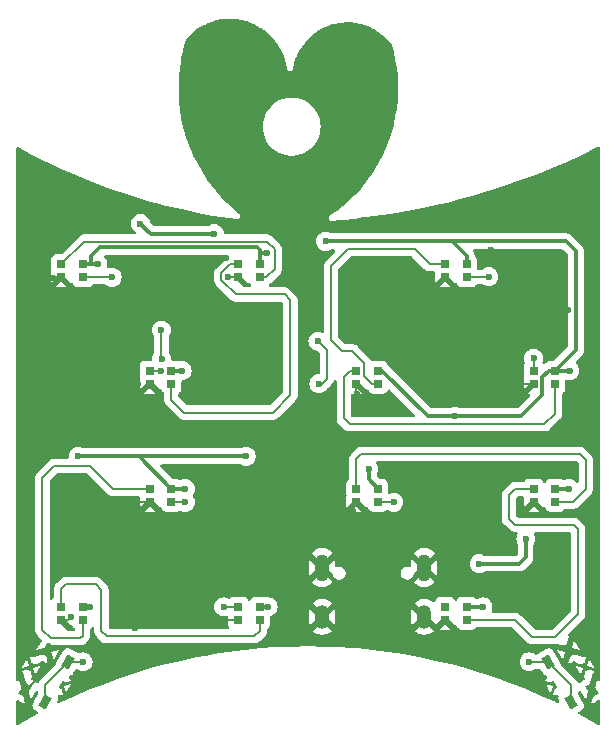
<source format=gtl>
%TF.GenerationSoftware,KiCad,Pcbnew,8.0.6*%
%TF.CreationDate,2024-12-09T18:11:45+01:00*%
%TF.ProjectId,Xmas,586d6173-2e6b-4696-9361-645f70636258,rev?*%
%TF.SameCoordinates,Original*%
%TF.FileFunction,Copper,L1,Top*%
%TF.FilePolarity,Positive*%
%FSLAX46Y46*%
G04 Gerber Fmt 4.6, Leading zero omitted, Abs format (unit mm)*
G04 Created by KiCad (PCBNEW 8.0.6) date 2024-12-09 18:11:45*
%MOMM*%
%LPD*%
G01*
G04 APERTURE LIST*
G04 Aperture macros list*
%AMRotRect*
0 Rectangle, with rotation*
0 The origin of the aperture is its center*
0 $1 length*
0 $2 width*
0 $3 Rotation angle, in degrees counterclockwise*
0 Add horizontal line*
21,1,$1,$2,0,0,$3*%
G04 Aperture macros list end*
%TA.AperFunction,SMDPad,CuDef*%
%ADD10RotRect,1.100000X0.700000X300.000000*%
%TD*%
%TA.AperFunction,SMDPad,CuDef*%
%ADD11RotRect,0.700000X0.250000X300.000000*%
%TD*%
%TA.AperFunction,SMDPad,CuDef*%
%ADD12R,0.700000X0.700000*%
%TD*%
%TA.AperFunction,SMDPad,CuDef*%
%ADD13RotRect,1.100000X0.700000X60.000000*%
%TD*%
%TA.AperFunction,SMDPad,CuDef*%
%ADD14RotRect,0.700000X0.250000X60.000000*%
%TD*%
%TA.AperFunction,ComponentPad*%
%ADD15O,1.200000X2.000000*%
%TD*%
%TA.AperFunction,ComponentPad*%
%ADD16O,1.200000X2.300000*%
%TD*%
%TA.AperFunction,ViaPad*%
%ADD17C,0.600000*%
%TD*%
%TA.AperFunction,Conductor*%
%ADD18C,0.200000*%
%TD*%
%TA.AperFunction,Conductor*%
%ADD19C,0.350000*%
%TD*%
%TA.AperFunction,Conductor*%
%ADD20C,0.300000*%
%TD*%
G04 APERTURE END LIST*
D10*
%TO.P,SW1,1,SW1*%
%TO.N,GND*%
X147041025Y-113111250D03*
X148991025Y-116488750D03*
%TO.P,SW1,2,SW2*%
%TO.N,/BTN1*%
X145308975Y-114111250D03*
X147258975Y-117488750D03*
D11*
%TO.P,SW1,PAD,PAD*%
%TO.N,GND*%
X148449038Y-114550000D03*
X145850962Y-116050000D03*
%TD*%
D12*
%TO.P,LED6,1,DO*%
%TO.N,Net-(LED6-DO)*%
X144085000Y-89450000D03*
%TO.P,LED6,2,GND*%
%TO.N,GND*%
X144085000Y-90550000D03*
%TO.P,LED6,3,DI*%
%TO.N,Net-(LED5-DO)*%
X145915000Y-90550000D03*
%TO.P,LED6,4,VDD*%
%TO.N,WS_SUPPLY*%
X145915000Y-89450000D03*
%TD*%
%TO.P,LED5,1,DO*%
%TO.N,Net-(LED5-DO)*%
X129085000Y-89450000D03*
%TO.P,LED5,2,GND*%
%TO.N,GND*%
X129085000Y-90550000D03*
%TO.P,LED5,3,DI*%
%TO.N,Net-(LED4-DO)*%
X130915000Y-90550000D03*
%TO.P,LED5,4,VDD*%
%TO.N,WS_SUPPLY*%
X130915000Y-89450000D03*
%TD*%
%TO.P,LED8,1,DO*%
%TO.N,Net-(LED8-DO)*%
X104085000Y-109450000D03*
%TO.P,LED8,2,GND*%
%TO.N,GND*%
X104085000Y-110550000D03*
%TO.P,LED8,3,DI*%
%TO.N,Net-(LED7-DO)*%
X105915000Y-110550000D03*
%TO.P,LED8,4,VDD*%
%TO.N,WS_SUPPLY*%
X105915000Y-109450000D03*
%TD*%
%TO.P,LED11,1,DO*%
%TO.N,Net-(LED11-DO)*%
X144085000Y-99450000D03*
%TO.P,LED11,2,GND*%
%TO.N,GND*%
X144085000Y-100550000D03*
%TO.P,LED11,3,DI*%
%TO.N,Net-(LED10-DO)*%
X145915000Y-100550000D03*
%TO.P,LED11,4,VDD*%
%TO.N,WS_SUPPLY*%
X145915000Y-99450000D03*
%TD*%
%TO.P,LED12,1,DO*%
%TO.N,unconnected-(LED12-DO-Pad1)*%
X136585000Y-109450000D03*
%TO.P,LED12,2,GND*%
%TO.N,GND*%
X136585000Y-110550000D03*
%TO.P,LED12,3,DI*%
%TO.N,Net-(LED11-DO)*%
X138415000Y-110550000D03*
%TO.P,LED12,4,VDD*%
%TO.N,WS_SUPPLY*%
X138415000Y-109450000D03*
%TD*%
%TO.P,LED2,1,DO*%
%TO.N,Net-(LED2-DO)*%
X119085000Y-80450000D03*
%TO.P,LED2,2,GND*%
%TO.N,GND*%
X119085000Y-81550000D03*
%TO.P,LED2,3,DI*%
%TO.N,Net-(LED1-DO)*%
X120915000Y-81550000D03*
%TO.P,LED2,4,VDD*%
%TO.N,WS_SUPPLY*%
X120915000Y-80450000D03*
%TD*%
%TO.P,LED9,1,DO*%
%TO.N,Net-(LED10-DI)*%
X119085000Y-109450000D03*
%TO.P,LED9,2,GND*%
%TO.N,GND*%
X119085000Y-110550000D03*
%TO.P,LED9,3,DI*%
%TO.N,Net-(LED8-DO)*%
X120915000Y-110550000D03*
%TO.P,LED9,4,VDD*%
%TO.N,WS_SUPPLY*%
X120915000Y-109450000D03*
%TD*%
%TO.P,LED7,1,DO*%
%TO.N,Net-(LED7-DO)*%
X111585000Y-99450000D03*
%TO.P,LED7,2,GND*%
%TO.N,GND*%
X111585000Y-100550000D03*
%TO.P,LED7,3,DI*%
%TO.N,Net-(LED6-DO)*%
X113415000Y-100550000D03*
%TO.P,LED7,4,VDD*%
%TO.N,WS_SUPPLY*%
X113415000Y-99450000D03*
%TD*%
%TO.P,LED1,1,DO*%
%TO.N,Net-(LED1-DO)*%
X104085000Y-80450000D03*
%TO.P,LED1,2,GND*%
%TO.N,GND*%
X104085000Y-81550000D03*
%TO.P,LED1,3,DI*%
%TO.N,/DIN*%
X105915000Y-81550000D03*
%TO.P,LED1,4,VDD*%
%TO.N,WS_SUPPLY*%
X105915000Y-80450000D03*
%TD*%
D13*
%TO.P,SW2,1,SW1*%
%TO.N,GND*%
X101008975Y-116488750D03*
X102958975Y-113111250D03*
%TO.P,SW2,2,SW2*%
%TO.N,/BTN2*%
X102741025Y-117488750D03*
X104691025Y-114111250D03*
D14*
%TO.P,SW2,PAD,PAD*%
%TO.N,GND*%
X101550962Y-114550000D03*
X104149038Y-116050000D03*
%TD*%
D12*
%TO.P,LED10,1,DO*%
%TO.N,Net-(LED10-DO)*%
X129085000Y-99450000D03*
%TO.P,LED10,2,GND*%
%TO.N,GND*%
X129085000Y-100550000D03*
%TO.P,LED10,3,DI*%
%TO.N,Net-(LED10-DI)*%
X130915000Y-100550000D03*
%TO.P,LED10,4,VDD*%
%TO.N,WS_SUPPLY*%
X130915000Y-99450000D03*
%TD*%
%TO.P,LED3,1,DO*%
%TO.N,Net-(LED3-DO)*%
X111585000Y-89450000D03*
%TO.P,LED3,2,GND*%
%TO.N,GND*%
X111585000Y-90550000D03*
%TO.P,LED3,3,DI*%
%TO.N,Net-(LED2-DO)*%
X113415000Y-90550000D03*
%TO.P,LED3,4,VDD*%
%TO.N,WS_SUPPLY*%
X113415000Y-89450000D03*
%TD*%
%TO.P,LED4,1,DO*%
%TO.N,Net-(LED4-DO)*%
X136585000Y-80450000D03*
%TO.P,LED4,2,GND*%
%TO.N,GND*%
X136585000Y-81550000D03*
%TO.P,LED4,3,DI*%
%TO.N,Net-(LED3-DO)*%
X138415000Y-81550000D03*
%TO.P,LED4,4,VDD*%
%TO.N,WS_SUPPLY*%
X138415000Y-80450000D03*
%TD*%
D15*
%TO.P,CONN2,SH,SHIELD*%
%TO.N,GND*%
X134835000Y-110300000D03*
D16*
X134835000Y-106120000D03*
D15*
X126185000Y-110300000D03*
D16*
X126185000Y-106120000D03*
%TD*%
D17*
%TO.N,/DIN*%
X108400000Y-81550000D03*
%TO.N,WS_SUPPLY*%
X121615000Y-109450000D03*
X137400000Y-93325000D03*
X119750000Y-96700000D03*
X121525000Y-79525000D03*
X106550000Y-109450000D03*
X130125000Y-97775000D03*
X114325000Y-89450000D03*
X105525000Y-96700000D03*
X126475000Y-78500000D03*
X147150000Y-89450000D03*
X114600000Y-99450000D03*
X139800000Y-109450000D03*
X107200000Y-80450000D03*
X147075000Y-99450000D03*
%TO.N,VDD*%
X117050000Y-77850000D03*
X110800000Y-77000000D03*
%TO.N,/BTN1*%
X125830000Y-86960000D03*
X125900000Y-90550000D03*
X143711250Y-114111250D03*
%TO.N,VUSB*%
X143425000Y-103675000D03*
X139475000Y-105800000D03*
%TO.N,GND*%
X132175000Y-85575000D03*
X139500000Y-104600000D03*
X143200000Y-84300000D03*
X109800000Y-90600000D03*
X116600000Y-99400000D03*
X131500000Y-88050000D03*
X104800000Y-104400000D03*
X103000000Y-96400000D03*
X144100000Y-84300000D03*
X140500000Y-79900000D03*
X141000000Y-100750000D03*
X110000000Y-86100000D03*
X139900000Y-82800000D03*
X113200000Y-76800000D03*
X123900000Y-80850000D03*
X107400000Y-84200000D03*
X103000000Y-93800000D03*
X102150000Y-78500000D03*
X111200000Y-86000000D03*
X117900000Y-110500000D03*
X131225000Y-85575000D03*
X147475000Y-97475000D03*
X118025000Y-79950000D03*
X136700000Y-82800000D03*
X116275000Y-79950000D03*
X112525000Y-83650000D03*
X147000000Y-84300000D03*
X121350000Y-85775000D03*
X130775000Y-77475000D03*
X115800000Y-99400000D03*
X140250000Y-100750000D03*
X109900000Y-84000000D03*
X116500000Y-87000000D03*
X117100000Y-79950000D03*
X145000000Y-84300000D03*
X145575000Y-97925000D03*
X116175000Y-110800000D03*
X139470000Y-107010000D03*
X121400000Y-87100000D03*
X104800000Y-105600000D03*
X107400000Y-85100000D03*
X110375000Y-111250000D03*
X138800000Y-82800000D03*
X137700000Y-82800000D03*
X122200000Y-111400000D03*
X104750000Y-75800000D03*
X122600000Y-96000000D03*
X111600000Y-83625000D03*
X140300000Y-87500000D03*
X121600000Y-96000000D03*
X108400000Y-80100000D03*
X111650000Y-82800000D03*
X110800000Y-84700000D03*
X146100000Y-74900000D03*
X127150000Y-103650000D03*
X104800000Y-103200000D03*
X108525000Y-108800000D03*
X147100000Y-74900000D03*
X103400000Y-81600000D03*
X137680000Y-107260000D03*
X103000000Y-92200000D03*
X131700000Y-97700000D03*
X143000000Y-98500000D03*
X110600000Y-90600000D03*
X123800000Y-96000000D03*
X101500000Y-117400000D03*
X148100000Y-74900000D03*
X127250000Y-108050000D03*
X126100000Y-103650000D03*
X115400000Y-87000000D03*
X122175000Y-85775000D03*
X143600000Y-108800000D03*
X118250000Y-81550000D03*
X140050000Y-94900000D03*
X128800000Y-101300000D03*
X132000000Y-107200000D03*
X135550000Y-77500000D03*
X112600000Y-80800000D03*
X102550000Y-75800000D03*
X116600000Y-99400000D03*
X129100000Y-91450000D03*
X112550000Y-82825000D03*
X104900000Y-110300000D03*
X129200000Y-82700000D03*
X140500000Y-79200000D03*
X117400000Y-87000000D03*
X110400000Y-100550000D03*
X122200000Y-87100000D03*
X108525000Y-107300000D03*
X143000000Y-91150000D03*
X109900000Y-83100000D03*
X143000000Y-97600000D03*
X138300000Y-76900000D03*
%TO.N,/BTN2*%
X105938749Y-114111251D03*
%TO.N,Net-(LED3-DO)*%
X112500000Y-89450000D03*
X140300000Y-81500000D03*
%TO.N,/BUZZER*%
X112600000Y-88450000D03*
X112575000Y-86025000D03*
%TO.N,Net-(LED6-DO)*%
X114600000Y-100600000D03*
X144085000Y-88415000D03*
%TO.N,Net-(LED10-DI)*%
X117850000Y-109450000D03*
X132250000Y-100600000D03*
%TD*%
D18*
%TO.N,/DIN*%
X105915000Y-81550000D02*
X108000000Y-81550000D01*
X108000000Y-81550000D02*
X108400000Y-81550000D01*
D19*
%TO.N,WS_SUPPLY*%
X137400000Y-93325000D02*
X135140000Y-93325000D01*
X110450000Y-96700000D02*
X119750000Y-96700000D01*
X145915000Y-99450000D02*
X147075000Y-99450000D01*
X106650000Y-80450000D02*
X107200000Y-80450000D01*
X145915000Y-89450000D02*
X147150000Y-89450000D01*
X130125000Y-98660000D02*
X130915000Y-99450000D01*
X105915000Y-109450000D02*
X106550000Y-109450000D01*
X145915000Y-89450000D02*
X145365000Y-89450000D01*
X113415000Y-99450000D02*
X114600000Y-99450000D01*
X144810000Y-91515000D02*
X143000000Y-93325000D01*
X130125000Y-97775000D02*
X130125000Y-98660000D01*
X147675000Y-87690000D02*
X145915000Y-89450000D01*
D20*
X138415000Y-109450000D02*
X139800000Y-109450000D01*
D19*
X138415000Y-79740000D02*
X138415000Y-80450000D01*
X146825000Y-78500000D02*
X147675000Y-79350000D01*
X105915000Y-80450000D02*
X106650000Y-80450000D01*
X145365000Y-89450000D02*
X144810000Y-90005000D01*
X119750000Y-96700000D02*
X119825000Y-96700000D01*
X106650000Y-80450000D02*
X106650000Y-79725000D01*
X107382500Y-78992500D02*
X120675000Y-78992500D01*
X120915000Y-79232500D02*
X120915000Y-79525000D01*
X131265000Y-89450000D02*
X130915000Y-89450000D01*
X137175000Y-78500000D02*
X138415000Y-79740000D01*
X113415000Y-99450000D02*
X110665000Y-96700000D01*
X120915000Y-79525000D02*
X120915000Y-80450000D01*
X120675000Y-78992500D02*
X120915000Y-79232500D01*
X126475000Y-78500000D02*
X137175000Y-78500000D01*
X120915000Y-79525000D02*
X121525000Y-79525000D01*
X144810000Y-90005000D02*
X144810000Y-91515000D01*
X147675000Y-79350000D02*
X147675000Y-87690000D01*
X110450000Y-96700000D02*
X105525000Y-96700000D01*
X110665000Y-96700000D02*
X110450000Y-96700000D01*
X106650000Y-79725000D02*
X107382500Y-78992500D01*
X121615000Y-109450000D02*
X120915000Y-109450000D01*
X143000000Y-93325000D02*
X137400000Y-93325000D01*
X135140000Y-93325000D02*
X131265000Y-89450000D01*
X137175000Y-78500000D02*
X146825000Y-78500000D01*
X113415000Y-89450000D02*
X114325000Y-89450000D01*
D20*
%TO.N,VDD*%
X111650000Y-77850000D02*
X110800000Y-77000000D01*
X117050000Y-77850000D02*
X111650000Y-77850000D01*
D18*
%TO.N,/BTN1*%
X126570000Y-90130000D02*
X126150000Y-90550000D01*
X126150000Y-90550000D02*
X125900000Y-90550000D01*
X147258975Y-116061250D02*
X147258975Y-117488750D01*
X126590000Y-90130000D02*
X126570000Y-90130000D01*
X125830000Y-86960000D02*
X126590000Y-87720000D01*
X145308975Y-114111250D02*
X143711250Y-114111250D01*
X126590000Y-87720000D02*
X126590000Y-90130000D01*
X145308975Y-114111250D02*
X147258975Y-116061250D01*
D20*
%TO.N,VUSB*%
X142825000Y-105800000D02*
X139475000Y-105800000D01*
X143425000Y-103675000D02*
X143425000Y-105200000D01*
X143425000Y-105200000D02*
X142825000Y-105800000D01*
D18*
%TO.N,GND*%
X104085000Y-81550000D02*
X103450000Y-81550000D01*
X119085000Y-110550000D02*
X117950000Y-110550000D01*
X129085000Y-91435000D02*
X129100000Y-91450000D01*
X104650000Y-110550000D02*
X104900000Y-110300000D01*
X143100000Y-90550000D02*
X144085000Y-90550000D01*
X117950000Y-110550000D02*
X117900000Y-110500000D01*
X104085000Y-110550000D02*
X104650000Y-110550000D01*
X111585000Y-100550000D02*
X110400000Y-100550000D01*
X102958975Y-114629774D02*
X101100000Y-116488749D01*
X129085000Y-90550000D02*
X129085000Y-91435000D01*
X102958975Y-113111251D02*
X102958975Y-114629774D01*
X143000000Y-90650000D02*
X143100000Y-90550000D01*
X119085000Y-81550000D02*
X118250000Y-81550000D01*
X143000000Y-91150000D02*
X143000000Y-90650000D01*
X103450000Y-81550000D02*
X103400000Y-81600000D01*
%TO.N,Net-(LED1-DO)*%
X121465000Y-81550000D02*
X120915000Y-81550000D01*
X106017500Y-78517500D02*
X121517500Y-78517500D01*
X104085000Y-80450000D02*
X106017500Y-78517500D01*
X122150000Y-79150000D02*
X122150000Y-80865000D01*
X122150000Y-80865000D02*
X121465000Y-81550000D01*
X121517500Y-78517500D02*
X122150000Y-79150000D01*
%TO.N,/BTN2*%
X102741025Y-116061251D02*
X104691025Y-114111251D01*
X102741025Y-117488749D02*
X102741025Y-116061251D01*
X104691025Y-114111251D02*
X105938749Y-114111251D01*
%TO.N,Net-(LED2-DO)*%
X117650000Y-81798529D02*
X118851471Y-83000000D01*
X118851471Y-83000000D02*
X123000000Y-83000000D01*
X118373529Y-80450000D02*
X117650000Y-81173529D01*
X122000000Y-93000000D02*
X114500000Y-93000000D01*
X117650000Y-81173529D02*
X117650000Y-81798529D01*
X119085000Y-80450000D02*
X118373529Y-80450000D01*
X123500000Y-91500000D02*
X122000000Y-93000000D01*
X123000000Y-83000000D02*
X123500000Y-83500000D01*
X114500000Y-93000000D02*
X113415000Y-91915000D01*
X123500000Y-83500000D02*
X123500000Y-91500000D01*
X113415000Y-91915000D02*
X113415000Y-90550000D01*
%TO.N,Net-(LED3-DO)*%
X138415000Y-81550000D02*
X140250000Y-81550000D01*
X140250000Y-81550000D02*
X140300000Y-81500000D01*
X111585000Y-89450000D02*
X112500000Y-89450000D01*
%TO.N,Net-(LED5-DO)*%
X145915000Y-90550000D02*
X145915000Y-93085000D01*
X128550000Y-89450000D02*
X129085000Y-89450000D01*
X145915000Y-93085000D02*
X145000000Y-94000000D01*
X145000000Y-94000000D02*
X128500000Y-94000000D01*
X128500000Y-94000000D02*
X128000000Y-93500000D01*
X128000000Y-93500000D02*
X128000000Y-90000000D01*
X128000000Y-90000000D02*
X128550000Y-89450000D01*
%TO.N,/BUZZER*%
X112600000Y-88450000D02*
X112575000Y-88425000D01*
X112575000Y-88425000D02*
X112575000Y-86025000D01*
%TO.N,Net-(LED6-DO)*%
X144085000Y-89450000D02*
X144085000Y-88415000D01*
X114600000Y-100600000D02*
X113465000Y-100600000D01*
X113465000Y-100600000D02*
X113415000Y-100550000D01*
%TO.N,Net-(LED7-DO)*%
X103500000Y-97500000D02*
X106500000Y-97500000D01*
X102500000Y-111400000D02*
X102500000Y-98500000D01*
X105700000Y-112100000D02*
X103200000Y-112100000D01*
X108450000Y-99450000D02*
X111585000Y-99450000D01*
X102500000Y-98500000D02*
X103500000Y-97500000D01*
X103200000Y-112100000D02*
X102500000Y-111400000D01*
X106500000Y-97500000D02*
X108450000Y-99450000D01*
X105915000Y-111885000D02*
X105700000Y-112100000D01*
X105915000Y-110550000D02*
X105915000Y-111885000D01*
%TO.N,Net-(LED4-DO)*%
X126950000Y-80560000D02*
X126950000Y-86880000D01*
X127870000Y-87800000D02*
X128735000Y-87800000D01*
X130365000Y-90550000D02*
X130915000Y-90550000D01*
X135320000Y-80450000D02*
X134030000Y-79160000D01*
X129760000Y-88825000D02*
X129760000Y-89945000D01*
X134030000Y-79160000D02*
X128350000Y-79160000D01*
X136585000Y-80450000D02*
X135320000Y-80450000D01*
X128735000Y-87800000D02*
X129760000Y-88825000D01*
X126950000Y-86880000D02*
X127870000Y-87800000D01*
X128350000Y-79160000D02*
X126950000Y-80560000D01*
X129760000Y-89945000D02*
X130365000Y-90550000D01*
%TO.N,Net-(LED8-DO)*%
X107000000Y-107500000D02*
X107500000Y-108000000D01*
X104085000Y-107915000D02*
X104500000Y-107500000D01*
X120915000Y-111460000D02*
X120915000Y-110550000D01*
X120425000Y-111950000D02*
X120915000Y-111460000D01*
X104085000Y-109450000D02*
X104085000Y-107915000D01*
X107500000Y-111500000D02*
X107950000Y-111950000D01*
X107950000Y-111950000D02*
X120425000Y-111950000D01*
X107500000Y-111500000D02*
X107500000Y-108000000D01*
X104500000Y-107500000D02*
X107000000Y-107500000D01*
%TO.N,Net-(LED10-DI)*%
X130965000Y-100600000D02*
X130915000Y-100550000D01*
X132250000Y-100600000D02*
X130965000Y-100600000D01*
X119085000Y-109450000D02*
X117850000Y-109450000D01*
%TO.N,Net-(LED10-DO)*%
X147450000Y-100550000D02*
X145915000Y-100550000D01*
X129085000Y-99450000D02*
X129085000Y-96915000D01*
X148500000Y-97000000D02*
X148500000Y-99500000D01*
X129500000Y-96500000D02*
X148000000Y-96500000D01*
X129085000Y-96915000D02*
X129500000Y-96500000D01*
X148000000Y-96500000D02*
X148500000Y-97000000D01*
X148500000Y-99500000D02*
X147450000Y-100550000D01*
%TO.N,Net-(LED11-DO)*%
X142000000Y-102000000D02*
X142000000Y-100000000D01*
X147850000Y-102850000D02*
X147500000Y-102500000D01*
X145900000Y-112000000D02*
X147850000Y-110050000D01*
X147850000Y-110050000D02*
X147850000Y-102850000D01*
X147500000Y-102500000D02*
X142500000Y-102500000D01*
X138415000Y-110550000D02*
X142500000Y-110550000D01*
X142550000Y-99450000D02*
X144085000Y-99450000D01*
X143950000Y-112000000D02*
X145900000Y-112000000D01*
X142500000Y-102500000D02*
X142000000Y-102000000D01*
X142000000Y-100000000D02*
X142550000Y-99450000D01*
X142500000Y-110550000D02*
X143950000Y-112000000D01*
%TD*%
%TA.AperFunction,Conductor*%
%TO.N,GND*%
G36*
X104204729Y-110320184D02*
G01*
X104225371Y-110336818D01*
X104919723Y-111031169D01*
X104962743Y-111021811D01*
X105032434Y-111026796D01*
X105088368Y-111068667D01*
X105105282Y-111099643D01*
X105121203Y-111142330D01*
X105207452Y-111257543D01*
X105207454Y-111257546D01*
X105232418Y-111276234D01*
X105274288Y-111332168D01*
X105279272Y-111401860D01*
X105245786Y-111463182D01*
X105184462Y-111496667D01*
X105158106Y-111499500D01*
X104695075Y-111499500D01*
X104628036Y-111479815D01*
X104582281Y-111427011D01*
X104577885Y-111396439D01*
X103819127Y-110637680D01*
X103785642Y-110576357D01*
X103790626Y-110506665D01*
X103819127Y-110462317D01*
X103944628Y-110336817D01*
X104005951Y-110303333D01*
X104032303Y-110300499D01*
X104137691Y-110300499D01*
X104204729Y-110320184D01*
G37*
%TD.AperFunction*%
%TA.AperFunction,Conductor*%
G36*
X129204729Y-90320184D02*
G01*
X129225371Y-90336818D01*
X129919722Y-91031168D01*
X129929306Y-91029084D01*
X129998998Y-91034068D01*
X130017660Y-91042861D01*
X130036271Y-91053606D01*
X130063733Y-91069461D01*
X130111949Y-91120028D01*
X130117913Y-91133509D01*
X130121203Y-91142329D01*
X130121207Y-91142336D01*
X130207452Y-91257544D01*
X130207455Y-91257547D01*
X130322664Y-91343793D01*
X130322671Y-91343797D01*
X130457517Y-91394091D01*
X130457516Y-91394091D01*
X130464444Y-91394835D01*
X130517127Y-91400500D01*
X131312872Y-91400499D01*
X131372483Y-91394091D01*
X131507331Y-91343796D01*
X131622546Y-91257546D01*
X131708796Y-91142331D01*
X131721026Y-91109538D01*
X131762894Y-91053606D01*
X131828358Y-91029187D01*
X131896631Y-91044037D01*
X131924889Y-91065190D01*
X134047518Y-93187819D01*
X134081003Y-93249142D01*
X134076019Y-93318834D01*
X134034147Y-93374767D01*
X133968683Y-93399184D01*
X133959837Y-93399500D01*
X128800098Y-93399500D01*
X128733059Y-93379815D01*
X128712417Y-93363181D01*
X128636819Y-93287583D01*
X128603334Y-93226260D01*
X128600500Y-93199902D01*
X128600500Y-91524000D01*
X128620185Y-91456961D01*
X128672989Y-91411206D01*
X128724500Y-91400000D01*
X129482828Y-91400000D01*
X129482844Y-91399999D01*
X129542372Y-91393598D01*
X129542378Y-91393597D01*
X129566168Y-91384723D01*
X129566168Y-91384722D01*
X128819127Y-90637680D01*
X128785642Y-90576357D01*
X128790626Y-90506665D01*
X128819127Y-90462317D01*
X128944628Y-90336817D01*
X129005951Y-90303333D01*
X129032305Y-90300499D01*
X129137690Y-90300499D01*
X129204729Y-90320184D01*
G37*
%TD.AperFunction*%
%TA.AperFunction,Conductor*%
G36*
X146560876Y-79195185D02*
G01*
X146581518Y-79211819D01*
X146963181Y-79593482D01*
X146996666Y-79654805D01*
X146999500Y-79681163D01*
X146999500Y-87358836D01*
X146979815Y-87425875D01*
X146963181Y-87446517D01*
X145846516Y-88563181D01*
X145785193Y-88596666D01*
X145758836Y-88599500D01*
X145517130Y-88599500D01*
X145517123Y-88599501D01*
X145457516Y-88605908D01*
X145322671Y-88656202D01*
X145322664Y-88656206D01*
X145207456Y-88742451D01*
X145207454Y-88742454D01*
X145184213Y-88773500D01*
X145182648Y-88775590D01*
X145130836Y-88815837D01*
X145081036Y-88836465D01*
X145081035Y-88836464D01*
X145045032Y-88851379D01*
X145045031Y-88851379D01*
X145028804Y-88862222D01*
X144962126Y-88883098D01*
X144894746Y-88864612D01*
X144860651Y-88833431D01*
X144850734Y-88820184D01*
X144849839Y-88818988D01*
X144825421Y-88753526D01*
X144832064Y-88703722D01*
X144870366Y-88594262D01*
X144870369Y-88594249D01*
X144890565Y-88415003D01*
X144890565Y-88414996D01*
X144870369Y-88235750D01*
X144870368Y-88235745D01*
X144849247Y-88175385D01*
X144810789Y-88065478D01*
X144714816Y-87912738D01*
X144587262Y-87785184D01*
X144547212Y-87760019D01*
X144434523Y-87689211D01*
X144264254Y-87629631D01*
X144264249Y-87629630D01*
X144085004Y-87609435D01*
X144084996Y-87609435D01*
X143905750Y-87629630D01*
X143905745Y-87629631D01*
X143735476Y-87689211D01*
X143582737Y-87785184D01*
X143455184Y-87912737D01*
X143359211Y-88065476D01*
X143299631Y-88235745D01*
X143299630Y-88235750D01*
X143279435Y-88414996D01*
X143279435Y-88415003D01*
X143299630Y-88594249D01*
X143299633Y-88594262D01*
X143337935Y-88703721D01*
X143341497Y-88773500D01*
X143320161Y-88818986D01*
X143291206Y-88857665D01*
X143291202Y-88857671D01*
X143240908Y-88992517D01*
X143234501Y-89052116D01*
X143234500Y-89052135D01*
X143234500Y-89847870D01*
X143234501Y-89847876D01*
X143240909Y-89907484D01*
X143259519Y-89957382D01*
X143264503Y-90027074D01*
X143259520Y-90044046D01*
X143241402Y-90092623D01*
X143241401Y-90092627D01*
X143235000Y-90152155D01*
X143235000Y-90947844D01*
X143241401Y-91007372D01*
X143241403Y-91007382D01*
X143250275Y-91031168D01*
X143250276Y-91031169D01*
X143922819Y-90358626D01*
X143984142Y-90325141D01*
X144053834Y-90330125D01*
X144109767Y-90371997D01*
X144134184Y-90437461D01*
X144134500Y-90446307D01*
X144134500Y-90802690D01*
X144114815Y-90869729D01*
X144098181Y-90890371D01*
X143603829Y-91384722D01*
X143603829Y-91384723D01*
X143627624Y-91393598D01*
X143684581Y-91399722D01*
X143749132Y-91426460D01*
X143788980Y-91483853D01*
X143791473Y-91553678D01*
X143759006Y-91610692D01*
X142756518Y-92613181D01*
X142695195Y-92646666D01*
X142668837Y-92649500D01*
X137865280Y-92649500D01*
X137799307Y-92630493D01*
X137749524Y-92599211D01*
X137579254Y-92539631D01*
X137579249Y-92539630D01*
X137400004Y-92519435D01*
X137399996Y-92519435D01*
X137220750Y-92539630D01*
X137220745Y-92539631D01*
X137050475Y-92599211D01*
X137000693Y-92630493D01*
X136934720Y-92649500D01*
X135471163Y-92649500D01*
X135404124Y-92629815D01*
X135383482Y-92613181D01*
X131775948Y-89005647D01*
X131747447Y-88961298D01*
X131708798Y-88857673D01*
X131708793Y-88857664D01*
X131622547Y-88742455D01*
X131622544Y-88742452D01*
X131507335Y-88656206D01*
X131507328Y-88656202D01*
X131372482Y-88605908D01*
X131372483Y-88605908D01*
X131312883Y-88599501D01*
X131312881Y-88599500D01*
X131312873Y-88599500D01*
X131312864Y-88599500D01*
X130517129Y-88599500D01*
X130517123Y-88599501D01*
X130457514Y-88605909D01*
X130448317Y-88609339D01*
X130378625Y-88614320D01*
X130317304Y-88580832D01*
X130297603Y-88555156D01*
X130282535Y-88529057D01*
X130240520Y-88456284D01*
X130128716Y-88344480D01*
X130128715Y-88344479D01*
X130124385Y-88340149D01*
X130124374Y-88340139D01*
X129222590Y-87438355D01*
X129222588Y-87438352D01*
X129103717Y-87319481D01*
X129103716Y-87319480D01*
X128999643Y-87259394D01*
X128999642Y-87259393D01*
X128966783Y-87240422D01*
X128910881Y-87225443D01*
X128814057Y-87199499D01*
X128655943Y-87199499D01*
X128648347Y-87199499D01*
X128648331Y-87199500D01*
X128170097Y-87199500D01*
X128103058Y-87179815D01*
X128082416Y-87163181D01*
X127586819Y-86667584D01*
X127553334Y-86606261D01*
X127550500Y-86579903D01*
X127550500Y-82384722D01*
X136103829Y-82384722D01*
X136103829Y-82384723D01*
X136127624Y-82393598D01*
X136187155Y-82399999D01*
X136187172Y-82400000D01*
X136982828Y-82400000D01*
X136982844Y-82399999D01*
X137042372Y-82393598D01*
X137042378Y-82393597D01*
X137066168Y-82384723D01*
X137066168Y-82384722D01*
X136585001Y-81903553D01*
X136585000Y-81903553D01*
X136103829Y-82384722D01*
X127550500Y-82384722D01*
X127550500Y-80860097D01*
X127570185Y-80793058D01*
X127586819Y-80772416D01*
X128562416Y-79796819D01*
X128623739Y-79763334D01*
X128650097Y-79760500D01*
X133729903Y-79760500D01*
X133796942Y-79780185D01*
X133817584Y-79796819D01*
X134835139Y-80814374D01*
X134835149Y-80814385D01*
X134839479Y-80818715D01*
X134839480Y-80818716D01*
X134951284Y-80930520D01*
X134951286Y-80930521D01*
X134951290Y-80930524D01*
X135067708Y-80997737D01*
X135088216Y-81009577D01*
X135200019Y-81039534D01*
X135240942Y-81050500D01*
X135240943Y-81050500D01*
X135611000Y-81050500D01*
X135678039Y-81070185D01*
X135723794Y-81122989D01*
X135735000Y-81174500D01*
X135735000Y-81947844D01*
X135741401Y-82007372D01*
X135741403Y-82007382D01*
X135750275Y-82031168D01*
X135750276Y-82031169D01*
X136444628Y-81336818D01*
X136505951Y-81303333D01*
X136532303Y-81300499D01*
X136637691Y-81300499D01*
X136704729Y-81320184D01*
X136725371Y-81336818D01*
X137419723Y-82031169D01*
X137462743Y-82021811D01*
X137532434Y-82026796D01*
X137588368Y-82068667D01*
X137605282Y-82099643D01*
X137621203Y-82142330D01*
X137621206Y-82142335D01*
X137707452Y-82257544D01*
X137707455Y-82257547D01*
X137822664Y-82343793D01*
X137822671Y-82343797D01*
X137957517Y-82394091D01*
X137957516Y-82394091D01*
X137964444Y-82394835D01*
X138017127Y-82400500D01*
X138812872Y-82400499D01*
X138872483Y-82394091D01*
X139007331Y-82343796D01*
X139122546Y-82257546D01*
X139164736Y-82201188D01*
X139165485Y-82200188D01*
X139221419Y-82158318D01*
X139264751Y-82150500D01*
X139794932Y-82150500D01*
X139860904Y-82169506D01*
X139950477Y-82225789D01*
X139950481Y-82225790D01*
X140120737Y-82285366D01*
X140120743Y-82285367D01*
X140120745Y-82285368D01*
X140120746Y-82285368D01*
X140120750Y-82285369D01*
X140299996Y-82305565D01*
X140300000Y-82305565D01*
X140300004Y-82305565D01*
X140479249Y-82285369D01*
X140479252Y-82285368D01*
X140479255Y-82285368D01*
X140649522Y-82225789D01*
X140802262Y-82129816D01*
X140929816Y-82002262D01*
X141025789Y-81849522D01*
X141085368Y-81679255D01*
X141085369Y-81679249D01*
X141105565Y-81500003D01*
X141105565Y-81499996D01*
X141085369Y-81320750D01*
X141085368Y-81320745D01*
X141058442Y-81243796D01*
X141025789Y-81150478D01*
X141008516Y-81122989D01*
X140986582Y-81088080D01*
X140929816Y-80997738D01*
X140802262Y-80870184D01*
X140766759Y-80847876D01*
X140649523Y-80774211D01*
X140479254Y-80714631D01*
X140479249Y-80714630D01*
X140300004Y-80694435D01*
X140299996Y-80694435D01*
X140120750Y-80714630D01*
X140120745Y-80714631D01*
X139950476Y-80774211D01*
X139797737Y-80870184D01*
X139754741Y-80913181D01*
X139693418Y-80946666D01*
X139667060Y-80949500D01*
X139389500Y-80949500D01*
X139322461Y-80929815D01*
X139276706Y-80877011D01*
X139265500Y-80825500D01*
X139265499Y-80052129D01*
X139265498Y-80052123D01*
X139265497Y-80052116D01*
X139259091Y-79992517D01*
X139250498Y-79969479D01*
X139208797Y-79857671D01*
X139208793Y-79857664D01*
X139117232Y-79735355D01*
X139119335Y-79733780D01*
X139092423Y-79684493D01*
X139091401Y-79677997D01*
X139083946Y-79640522D01*
X139083946Y-79640520D01*
X139064541Y-79542964D01*
X139013620Y-79420031D01*
X139013618Y-79420028D01*
X139013616Y-79420024D01*
X138979116Y-79368391D01*
X138958238Y-79301713D01*
X138976723Y-79234333D01*
X139028702Y-79187643D01*
X139082218Y-79175500D01*
X146493837Y-79175500D01*
X146560876Y-79195185D01*
G37*
%TD.AperFunction*%
%TA.AperFunction,Conductor*%
G36*
X119204729Y-81320184D02*
G01*
X119225371Y-81336818D01*
X119919723Y-82031169D01*
X119962743Y-82021811D01*
X120032434Y-82026796D01*
X120088368Y-82068667D01*
X120105282Y-82099643D01*
X120121203Y-82142330D01*
X120121204Y-82142331D01*
X120165265Y-82201189D01*
X120189683Y-82266652D01*
X120174832Y-82334925D01*
X120125427Y-82384331D01*
X120065999Y-82399500D01*
X119632308Y-82399500D01*
X119565269Y-82379815D01*
X119544627Y-82363181D01*
X118819127Y-81637680D01*
X118785642Y-81576357D01*
X118790626Y-81506665D01*
X118819127Y-81462317D01*
X118944628Y-81336817D01*
X119005951Y-81303333D01*
X119032303Y-81300499D01*
X119137691Y-81300499D01*
X119204729Y-81320184D01*
G37*
%TD.AperFunction*%
%TA.AperFunction,Conductor*%
G36*
X118517649Y-59662415D02*
G01*
X118935177Y-59694198D01*
X118945936Y-59695492D01*
X119359099Y-59763646D01*
X119369711Y-59765878D01*
X119460327Y-59789112D01*
X119775337Y-59869880D01*
X119785706Y-59873029D01*
X120180675Y-60012080D01*
X120190726Y-60016120D01*
X120572051Y-60189165D01*
X120581714Y-60194071D01*
X120674878Y-60246615D01*
X120946433Y-60399770D01*
X120955639Y-60405506D01*
X121060760Y-60477582D01*
X121301003Y-60642304D01*
X121309663Y-60648816D01*
X121633002Y-60914886D01*
X121641068Y-60922139D01*
X121939913Y-61215446D01*
X121947296Y-61223354D01*
X122219388Y-61541685D01*
X122226061Y-61550223D01*
X122469266Y-61891083D01*
X122475174Y-61900180D01*
X122687657Y-62260989D01*
X122692748Y-62270568D01*
X122872890Y-62648577D01*
X122877124Y-62658565D01*
X123023534Y-63050861D01*
X123026879Y-63061180D01*
X123138446Y-63464777D01*
X123140876Y-63475348D01*
X123209712Y-63848986D01*
X123209851Y-63850347D01*
X123211573Y-63859134D01*
X123211834Y-63860507D01*
X123217247Y-63889883D01*
X123218113Y-63895240D01*
X123223826Y-63936237D01*
X123224570Y-63937641D01*
X123226997Y-63942958D01*
X123228427Y-63945326D01*
X123231836Y-63951345D01*
X123265203Y-64014283D01*
X123265207Y-64014287D01*
X123330783Y-64073475D01*
X123353425Y-64082654D01*
X123412652Y-64106665D01*
X123475710Y-64108942D01*
X123500932Y-64109854D01*
X123500932Y-64109853D01*
X123500934Y-64109854D01*
X123584983Y-64082655D01*
X123654660Y-64028351D01*
X123701562Y-63953491D01*
X123701622Y-63953208D01*
X123705559Y-63938987D01*
X123706513Y-63936196D01*
X123706517Y-63936190D01*
X123709394Y-63917766D01*
X123710635Y-63911049D01*
X123720032Y-63867103D01*
X123720031Y-63867100D01*
X123720140Y-63866593D01*
X123722370Y-63847685D01*
X123792730Y-63498326D01*
X123795331Y-63487814D01*
X123907366Y-63107237D01*
X123910883Y-63096976D01*
X124032003Y-62788235D01*
X124055766Y-62727662D01*
X124060157Y-62717767D01*
X124236787Y-62362526D01*
X124242012Y-62353077D01*
X124449051Y-62014607D01*
X124455086Y-62005649D01*
X124690903Y-61686617D01*
X124697727Y-61678185D01*
X124960541Y-61380996D01*
X124968032Y-61373236D01*
X125255853Y-61100142D01*
X125264030Y-61093039D01*
X125309996Y-61056503D01*
X125574589Y-60846191D01*
X125583354Y-60839830D01*
X125914328Y-60621074D01*
X125923591Y-60615518D01*
X126272436Y-60426538D01*
X126282160Y-60421807D01*
X126646192Y-60264057D01*
X126656307Y-60260191D01*
X127032715Y-60134886D01*
X127043143Y-60131915D01*
X127346380Y-60059699D01*
X127429054Y-60040010D01*
X127439704Y-60037961D01*
X127832190Y-59980151D01*
X127842939Y-59979045D01*
X128238999Y-59955776D01*
X128249848Y-59955616D01*
X128646381Y-59967069D01*
X128657198Y-59967856D01*
X129051211Y-60013942D01*
X129061920Y-60015672D01*
X129450407Y-60096039D01*
X129460928Y-60098700D01*
X129840889Y-60212727D01*
X129851129Y-60216296D01*
X130219673Y-60363117D01*
X130229556Y-60367565D01*
X130513141Y-60510430D01*
X130583848Y-60546051D01*
X130593316Y-60551353D01*
X130750792Y-60648820D01*
X130930623Y-60760124D01*
X130939594Y-60766234D01*
X131257376Y-61003719D01*
X131265775Y-61010589D01*
X131561562Y-61274945D01*
X131569313Y-61282507D01*
X131661802Y-61381015D01*
X131840863Y-61571729D01*
X131847935Y-61579955D01*
X131895002Y-61639813D01*
X132056165Y-61844776D01*
X132078307Y-61888750D01*
X132240279Y-62481772D01*
X132241846Y-62488173D01*
X132385947Y-63152924D01*
X132387172Y-63159399D01*
X132495761Y-63830897D01*
X132496640Y-63837428D01*
X132569402Y-64513756D01*
X132569932Y-64520325D01*
X132606659Y-65199533D01*
X132606840Y-65206120D01*
X132607433Y-65886331D01*
X132607264Y-65892919D01*
X132571717Y-66572229D01*
X132571197Y-66578798D01*
X132499617Y-67255211D01*
X132498750Y-67261744D01*
X132391331Y-67933430D01*
X132390118Y-67939907D01*
X132247167Y-68604940D01*
X132245611Y-68611344D01*
X132067538Y-69267819D01*
X132065645Y-69274131D01*
X131852934Y-69920261D01*
X131850707Y-69926463D01*
X131603991Y-70560326D01*
X131601439Y-70566401D01*
X131321377Y-71186308D01*
X131318505Y-71192240D01*
X131005914Y-71796376D01*
X131002731Y-71802146D01*
X130658489Y-72388820D01*
X130655004Y-72394413D01*
X130280081Y-72961968D01*
X130276304Y-72967368D01*
X129871762Y-73514199D01*
X129867704Y-73519391D01*
X129434667Y-74043978D01*
X129430338Y-74048947D01*
X128970053Y-74549778D01*
X128965466Y-74554510D01*
X128479226Y-75030177D01*
X128474395Y-75034658D01*
X127963562Y-75483831D01*
X127958505Y-75488044D01*
X127726381Y-75671232D01*
X127424544Y-75909435D01*
X127419264Y-75913378D01*
X126884967Y-76290763D01*
X126864636Y-76302413D01*
X126856342Y-76306173D01*
X126856340Y-76306175D01*
X126849772Y-76312603D01*
X126831873Y-76327123D01*
X126824227Y-76332225D01*
X126824226Y-76332225D01*
X126816159Y-76343212D01*
X126802957Y-76358425D01*
X126793214Y-76367962D01*
X126793211Y-76367966D01*
X126789241Y-76376248D01*
X126777381Y-76396025D01*
X126771943Y-76403431D01*
X126771942Y-76403433D01*
X126768117Y-76416520D01*
X126760915Y-76435330D01*
X126755023Y-76447620D01*
X126755022Y-76447624D01*
X126754123Y-76456768D01*
X126749744Y-76479400D01*
X126747165Y-76488224D01*
X126747165Y-76488228D01*
X126748047Y-76501830D01*
X126747713Y-76521969D01*
X126746380Y-76535533D01*
X126746381Y-76535540D01*
X126748662Y-76544432D01*
X126752289Y-76567203D01*
X126752885Y-76576380D01*
X126752886Y-76576385D01*
X126758365Y-76588859D01*
X126764945Y-76607915D01*
X126768328Y-76621107D01*
X126768331Y-76621112D01*
X126773517Y-76628691D01*
X126784715Y-76648852D01*
X126788408Y-76657261D01*
X126797822Y-76667108D01*
X126810523Y-76682765D01*
X126818220Y-76694012D01*
X126825686Y-76699360D01*
X126843105Y-76714476D01*
X126849453Y-76721115D01*
X126849456Y-76721118D01*
X126861666Y-76727149D01*
X126878959Y-76737519D01*
X126890037Y-76745454D01*
X126898885Y-76747926D01*
X126920423Y-76756173D01*
X126928659Y-76760242D01*
X126942209Y-76761734D01*
X126961990Y-76765562D01*
X126975116Y-76769231D01*
X126975118Y-76769230D01*
X126975119Y-76769231D01*
X126984270Y-76768529D01*
X127007338Y-76768910D01*
X127016467Y-76769917D01*
X127026060Y-76767576D01*
X127029648Y-76766701D01*
X127049555Y-76763529D01*
X127727829Y-76711498D01*
X129119724Y-76571810D01*
X129142204Y-76569554D01*
X129142207Y-76569553D01*
X129142233Y-76569551D01*
X130552914Y-76394446D01*
X131959098Y-76186278D01*
X133360008Y-75945162D01*
X134754872Y-75671232D01*
X136142923Y-75364638D01*
X136142952Y-75364630D01*
X136142965Y-75364628D01*
X136721444Y-75222534D01*
X137523395Y-75025549D01*
X138895529Y-74654152D01*
X140258567Y-74250652D01*
X141611758Y-73815270D01*
X142954358Y-73348248D01*
X144285627Y-72849841D01*
X145604830Y-72320325D01*
X146911242Y-71759991D01*
X148204142Y-71169149D01*
X149482818Y-70548123D01*
X149568727Y-70503878D01*
X149637338Y-70490684D01*
X149702192Y-70516679D01*
X149742697Y-70573610D01*
X149749500Y-70614118D01*
X149749500Y-115639691D01*
X149729815Y-115706730D01*
X149677011Y-115752485D01*
X149607853Y-115762429D01*
X149544297Y-115733404D01*
X149518113Y-115701691D01*
X149478923Y-115633813D01*
X149478922Y-115633813D01*
X149167802Y-116794935D01*
X149167802Y-116794936D01*
X148941095Y-117641015D01*
X148974938Y-117645062D01*
X149116720Y-117621221D01*
X149116726Y-117621219D01*
X149171503Y-117596987D01*
X149563500Y-117370667D01*
X149631400Y-117354194D01*
X149697427Y-117377046D01*
X149740618Y-117431968D01*
X149749500Y-117478054D01*
X149749500Y-119337341D01*
X149729815Y-119404380D01*
X149677011Y-119450135D01*
X149607853Y-119460079D01*
X149561540Y-119443572D01*
X149549220Y-119436154D01*
X148370217Y-118770147D01*
X147926666Y-118535605D01*
X147876603Y-118486866D01*
X147860839Y-118418798D01*
X147884377Y-118353013D01*
X147922628Y-118318601D01*
X148128792Y-118199573D01*
X148177212Y-118164218D01*
X148268847Y-118053237D01*
X148325501Y-117920935D01*
X148342588Y-117778031D01*
X148320228Y-117645061D01*
X148318722Y-117636105D01*
X148318721Y-117636103D01*
X148318721Y-117636101D01*
X148294466Y-117581273D01*
X148055603Y-117167551D01*
X147876088Y-116856621D01*
X147859475Y-116794621D01*
X147859475Y-116691623D01*
X147879160Y-116624584D01*
X147931964Y-116578829D01*
X148001122Y-116568885D01*
X148064678Y-116597910D01*
X148090862Y-116629623D01*
X148503126Y-117343686D01*
X148814248Y-116182564D01*
X149040953Y-115336483D01*
X149040361Y-115335608D01*
X149019087Y-115269056D01*
X149037171Y-115201567D01*
X149066456Y-115169735D01*
X149066433Y-115169711D01*
X149066780Y-115169383D01*
X149069933Y-115165957D01*
X149072082Y-115164387D01*
X149163621Y-115053522D01*
X149220219Y-114921348D01*
X149224309Y-114887142D01*
X149224309Y-114887141D01*
X148537426Y-114703092D01*
X148353376Y-115389976D01*
X148378727Y-115400832D01*
X148432605Y-115445316D01*
X148453881Y-115511868D01*
X148435798Y-115579357D01*
X148391916Y-115622208D01*
X148121499Y-115778334D01*
X148121494Y-115778337D01*
X148073129Y-115813653D01*
X148073125Y-115813657D01*
X148030513Y-115865266D01*
X147972650Y-115904428D01*
X147902800Y-115906091D01*
X147843140Y-115869725D01*
X147820333Y-115833766D01*
X147818550Y-115829461D01*
X147739499Y-115692540D01*
X147739496Y-115692536D01*
X147739495Y-115692534D01*
X147627691Y-115580730D01*
X147627690Y-115580729D01*
X147623360Y-115576399D01*
X147623349Y-115576389D01*
X146523077Y-114476117D01*
X147690341Y-114476117D01*
X147708858Y-114517971D01*
X147708860Y-114517976D01*
X148106682Y-115207023D01*
X148133673Y-115243989D01*
X148295944Y-114638388D01*
X147690342Y-114476117D01*
X147690341Y-114476117D01*
X146523077Y-114476117D01*
X146508570Y-114461610D01*
X148602130Y-114461610D01*
X149207732Y-114623880D01*
X149189216Y-114582026D01*
X149189215Y-114582024D01*
X148791394Y-113892977D01*
X148791392Y-113892975D01*
X148764401Y-113856009D01*
X148602130Y-114461610D01*
X146508570Y-114461610D01*
X146409518Y-114362558D01*
X146376033Y-114301235D01*
X146374916Y-114295439D01*
X146369548Y-114263515D01*
X146991095Y-114263515D01*
X147024938Y-114267562D01*
X147166720Y-114243721D01*
X147166726Y-114243719D01*
X147221503Y-114219487D01*
X147491916Y-114063363D01*
X147559816Y-114046890D01*
X147625843Y-114069742D01*
X147669033Y-114124663D01*
X147677039Y-114185473D01*
X147673764Y-114212855D01*
X147673764Y-114212856D01*
X148360648Y-114396906D01*
X148544698Y-113710022D01*
X148544697Y-113710021D01*
X148513032Y-113696462D01*
X148513033Y-113696462D01*
X148370270Y-113679391D01*
X148370268Y-113679392D01*
X148228485Y-113703234D01*
X148228482Y-113703235D01*
X148226039Y-113704316D01*
X148223977Y-113704587D01*
X148221056Y-113705464D01*
X148220913Y-113704990D01*
X148156766Y-113713431D01*
X148093563Y-113683647D01*
X148064345Y-113645095D01*
X148063881Y-113644141D01*
X147217801Y-113417436D01*
X146991095Y-114263515D01*
X146369548Y-114263515D01*
X146368722Y-114258605D01*
X146368721Y-114258603D01*
X146368721Y-114258601D01*
X146344466Y-114203773D01*
X146165028Y-113892977D01*
X145746597Y-113168234D01*
X145746585Y-113168218D01*
X145711239Y-113119809D01*
X145711238Y-113119807D01*
X145694896Y-113106314D01*
X146056679Y-113106314D01*
X146553126Y-113966186D01*
X146734837Y-113288026D01*
X146056679Y-113106314D01*
X145694896Y-113106314D01*
X145600257Y-113028173D01*
X145600255Y-113028171D01*
X145467960Y-112971520D01*
X145467957Y-112971519D01*
X145325051Y-112954431D01*
X145325049Y-112954432D01*
X145183125Y-112978297D01*
X145128288Y-113002556D01*
X144439164Y-113400422D01*
X144390737Y-113435781D01*
X144390737Y-113435782D01*
X144374733Y-113455164D01*
X144316869Y-113494324D01*
X144247019Y-113495983D01*
X144213146Y-113481204D01*
X144060773Y-113385461D01*
X143890504Y-113325881D01*
X143890499Y-113325880D01*
X143711254Y-113305685D01*
X143711246Y-113305685D01*
X143532000Y-113325880D01*
X143531995Y-113325881D01*
X143361726Y-113385461D01*
X143208987Y-113481434D01*
X143081434Y-113608987D01*
X142985461Y-113761726D01*
X142925881Y-113931995D01*
X142925880Y-113932000D01*
X142905685Y-114111246D01*
X142905685Y-114111253D01*
X142925880Y-114290499D01*
X142925881Y-114290504D01*
X142985461Y-114460773D01*
X143061649Y-114582024D01*
X143081434Y-114613512D01*
X143208988Y-114741066D01*
X143361728Y-114837039D01*
X143504911Y-114887141D01*
X143531995Y-114896618D01*
X143532000Y-114896619D01*
X143711246Y-114916815D01*
X143711250Y-114916815D01*
X143711254Y-114916815D01*
X143890499Y-114896619D01*
X143890502Y-114896618D01*
X143890505Y-114896618D01*
X144060772Y-114837039D01*
X144213512Y-114741066D01*
X144213517Y-114741060D01*
X144216347Y-114738805D01*
X144218525Y-114737915D01*
X144219408Y-114737361D01*
X144219505Y-114737515D01*
X144281033Y-114712395D01*
X144293662Y-114711750D01*
X144602011Y-114711750D01*
X144669050Y-114731435D01*
X144709398Y-114773750D01*
X144871352Y-115054265D01*
X144906711Y-115102692D01*
X145017692Y-115194326D01*
X145017694Y-115194328D01*
X145149985Y-115250978D01*
X145149992Y-115250980D01*
X145149995Y-115250981D01*
X145149997Y-115250981D01*
X145152244Y-115251583D01*
X145154242Y-115252801D01*
X145158147Y-115254473D01*
X145157906Y-115255033D01*
X145211908Y-115287943D01*
X145242443Y-115350787D01*
X145234155Y-115420163D01*
X145215781Y-115450310D01*
X145136378Y-115546478D01*
X145136377Y-115546479D01*
X145079779Y-115678652D01*
X145075689Y-115712856D01*
X145075688Y-115712856D01*
X145762573Y-115896906D01*
X145762575Y-115896907D01*
X145884280Y-115929518D01*
X145943940Y-115965883D01*
X145974469Y-116028730D01*
X145971961Y-116081386D01*
X145755300Y-116889976D01*
X145786969Y-116903537D01*
X145929729Y-116920608D01*
X145929730Y-116920608D01*
X146052715Y-116899926D01*
X146122091Y-116908220D01*
X146175969Y-116952705D01*
X146197244Y-117019257D01*
X146193058Y-117054286D01*
X146192450Y-117056554D01*
X146175361Y-117199468D01*
X146175362Y-117199470D01*
X146199227Y-117341394D01*
X146223484Y-117396227D01*
X146238627Y-117422455D01*
X146255100Y-117490355D01*
X146232248Y-117556382D01*
X146177327Y-117599573D01*
X146107774Y-117606215D01*
X146076345Y-117595643D01*
X145958998Y-117537706D01*
X144728668Y-116972233D01*
X144728655Y-116972227D01*
X143483055Y-116441151D01*
X142302440Y-115976117D01*
X145092265Y-115976117D01*
X145110782Y-116017971D01*
X145110784Y-116017976D01*
X145508606Y-116707023D01*
X145535597Y-116743989D01*
X145697868Y-116138388D01*
X145092266Y-115976117D01*
X145092265Y-115976117D01*
X142302440Y-115976117D01*
X142223177Y-115944896D01*
X142223173Y-115944894D01*
X142223164Y-115944891D01*
X140949989Y-115483845D01*
X139664506Y-115058363D01*
X138367637Y-114668755D01*
X137060493Y-114315352D01*
X135744018Y-113998409D01*
X134419273Y-113718182D01*
X134419263Y-113718180D01*
X134419248Y-113718177D01*
X133087196Y-113474867D01*
X131748897Y-113268672D01*
X131748891Y-113268671D01*
X131748883Y-113268670D01*
X130405406Y-113099750D01*
X129954979Y-113055793D01*
X129057696Y-112968228D01*
X128572689Y-112934472D01*
X147347211Y-112934472D01*
X148025369Y-113116184D01*
X147528922Y-112256312D01*
X147347211Y-112934472D01*
X128572689Y-112934472D01*
X127706873Y-112874212D01*
X127706863Y-112874211D01*
X127706855Y-112874211D01*
X126353967Y-112817774D01*
X125000000Y-112798955D01*
X123646032Y-112817774D01*
X122293144Y-112874211D01*
X122293133Y-112874211D01*
X122293127Y-112874212D01*
X120942304Y-112968228D01*
X120344114Y-113026604D01*
X119594593Y-113099750D01*
X118251116Y-113268670D01*
X116912809Y-113474866D01*
X116797200Y-113495983D01*
X115580752Y-113718177D01*
X115580743Y-113718178D01*
X115580726Y-113718182D01*
X114255981Y-113998409D01*
X112939506Y-114315352D01*
X111632362Y-114668755D01*
X110335493Y-115058363D01*
X109050010Y-115483845D01*
X107776835Y-115944891D01*
X106516932Y-116441156D01*
X105271331Y-116972233D01*
X104040987Y-117537713D01*
X103923651Y-117595644D01*
X103854825Y-117607672D01*
X103790422Y-117580580D01*
X103750889Y-117522969D01*
X103748779Y-117453131D01*
X103761372Y-117422455D01*
X103776515Y-117396227D01*
X103800771Y-117341399D01*
X103824638Y-117199469D01*
X103807551Y-117056565D01*
X103807549Y-117056560D01*
X103806943Y-117054296D01*
X103806998Y-117051949D01*
X103806498Y-117047760D01*
X103807100Y-117047687D01*
X103808610Y-116984446D01*
X103847776Y-116926586D01*
X103912005Y-116899085D01*
X103947284Y-116899926D01*
X104070270Y-116920608D01*
X104213029Y-116903538D01*
X104213033Y-116903536D01*
X104244698Y-116889977D01*
X104244698Y-116889976D01*
X104043311Y-116138388D01*
X104302130Y-116138388D01*
X104464401Y-116743989D01*
X104491387Y-116707033D01*
X104491392Y-116707025D01*
X104889216Y-116017975D01*
X104889223Y-116017960D01*
X104907733Y-115976118D01*
X104907733Y-115976117D01*
X104302130Y-116138388D01*
X104043311Y-116138388D01*
X104028038Y-116081387D01*
X104029701Y-116011537D01*
X104068863Y-115953674D01*
X104115720Y-115929518D01*
X104237426Y-115896907D01*
X104924309Y-115712856D01*
X104920219Y-115678651D01*
X104863622Y-115546479D01*
X104784218Y-115450311D01*
X104756714Y-115386083D01*
X104768300Y-115317180D01*
X104815299Y-115265480D01*
X104847757Y-115251582D01*
X104849994Y-115250982D01*
X104850005Y-115250981D01*
X104850014Y-115250976D01*
X104850018Y-115250976D01*
X104952658Y-115207023D01*
X104982307Y-115194327D01*
X105093288Y-115102692D01*
X105128643Y-115054273D01*
X105278921Y-114793982D01*
X105329486Y-114745769D01*
X105398093Y-114732545D01*
X105452279Y-114750990D01*
X105589223Y-114837038D01*
X105589227Y-114837040D01*
X105732410Y-114887142D01*
X105759494Y-114896619D01*
X105759499Y-114896620D01*
X105938745Y-114916816D01*
X105938749Y-114916816D01*
X105938753Y-114916816D01*
X106117998Y-114896620D01*
X106118001Y-114896619D01*
X106118004Y-114896619D01*
X106288271Y-114837040D01*
X106441011Y-114741067D01*
X106568565Y-114613513D01*
X106664538Y-114460773D01*
X106724117Y-114290506D01*
X106726702Y-114267562D01*
X106744314Y-114111254D01*
X106744314Y-114111247D01*
X106724118Y-113932001D01*
X106724117Y-113931996D01*
X106710462Y-113892972D01*
X106664538Y-113761729D01*
X106637172Y-113718177D01*
X106612802Y-113679392D01*
X106568565Y-113608989D01*
X106441011Y-113481435D01*
X106368355Y-113435782D01*
X106288272Y-113385462D01*
X106118003Y-113325882D01*
X106117998Y-113325881D01*
X105938753Y-113305686D01*
X105938745Y-113305686D01*
X105759499Y-113325881D01*
X105759494Y-113325882D01*
X105609106Y-113378506D01*
X105539327Y-113382067D01*
X105506153Y-113368851D01*
X104871707Y-113002555D01*
X104871705Y-113002554D01*
X104871702Y-113002552D01*
X104816879Y-112978299D01*
X104816876Y-112978298D01*
X104674950Y-112954432D01*
X104674948Y-112954431D01*
X104532042Y-112971519D01*
X104532039Y-112971520D01*
X104399745Y-113028171D01*
X104288760Y-113119808D01*
X104288760Y-113119809D01*
X104253412Y-113168218D01*
X104253402Y-113168233D01*
X103655532Y-114203777D01*
X103631279Y-114258599D01*
X103631278Y-114258600D01*
X103625082Y-114295444D01*
X103594551Y-114358290D01*
X103590481Y-114362558D01*
X102372311Y-115580729D01*
X102260506Y-115692533D01*
X102260504Y-115692536D01*
X102248773Y-115712856D01*
X102210970Y-115778334D01*
X102210386Y-115779345D01*
X102210384Y-115779347D01*
X102181447Y-115829464D01*
X102179664Y-115833771D01*
X102135822Y-115888174D01*
X102069527Y-115910237D01*
X102001828Y-115892956D01*
X101969485Y-115865265D01*
X101926873Y-115813655D01*
X101926870Y-115813653D01*
X101878505Y-115778337D01*
X101878500Y-115778334D01*
X101608082Y-115622208D01*
X101559866Y-115571641D01*
X101546643Y-115503034D01*
X101572611Y-115438169D01*
X101621271Y-115400832D01*
X101646622Y-115389976D01*
X101462572Y-114703092D01*
X100775689Y-114887142D01*
X100779779Y-114921347D01*
X100836377Y-115053520D01*
X100836378Y-115053522D01*
X100927917Y-115164388D01*
X100930068Y-115165958D01*
X100931331Y-115167604D01*
X100933567Y-115169711D01*
X100933225Y-115170073D01*
X100972603Y-115221389D01*
X100978418Y-115291016D01*
X100959637Y-115335606D01*
X100959044Y-115336481D01*
X101185752Y-116182564D01*
X101496873Y-117343685D01*
X101909138Y-116629623D01*
X101959705Y-116581407D01*
X102028312Y-116568184D01*
X102093177Y-116594152D01*
X102133705Y-116651067D01*
X102140525Y-116691623D01*
X102140525Y-116794621D01*
X102123912Y-116856621D01*
X101705532Y-117581277D01*
X101681279Y-117636100D01*
X101681278Y-117636103D01*
X101657412Y-117778029D01*
X101657411Y-117778031D01*
X101674499Y-117920937D01*
X101674500Y-117920940D01*
X101731151Y-118053234D01*
X101822788Y-118164219D01*
X101871198Y-118199567D01*
X101871202Y-118199569D01*
X101871207Y-118199573D01*
X102022080Y-118286679D01*
X102077369Y-118318600D01*
X102125584Y-118369166D01*
X102138808Y-118437773D01*
X102112840Y-118502638D01*
X102073333Y-118535605D01*
X101629782Y-118770147D01*
X100450779Y-119436154D01*
X100438460Y-119443572D01*
X100370874Y-119461288D01*
X100304439Y-119439651D01*
X100260248Y-119385532D01*
X100250500Y-119337341D01*
X100250500Y-117478054D01*
X100270185Y-117411015D01*
X100322989Y-117365260D01*
X100392147Y-117355316D01*
X100436500Y-117370667D01*
X100828496Y-117596987D01*
X100883273Y-117621219D01*
X100883279Y-117621221D01*
X101025061Y-117645061D01*
X101058903Y-117641015D01*
X100832198Y-116794936D01*
X100521076Y-115633812D01*
X100481887Y-115701690D01*
X100431320Y-115749906D01*
X100362713Y-115763129D01*
X100297848Y-115737161D01*
X100257320Y-115680246D01*
X100250500Y-115639690D01*
X100250500Y-114638388D01*
X101704054Y-114638388D01*
X101866325Y-115243989D01*
X101893311Y-115207033D01*
X101893316Y-115207025D01*
X102291140Y-114517975D01*
X102291147Y-114517960D01*
X102309657Y-114476118D01*
X102309657Y-114476117D01*
X101704054Y-114638388D01*
X100250500Y-114638388D01*
X100250500Y-114623880D01*
X100792266Y-114623880D01*
X101397868Y-114461610D01*
X101235597Y-113856009D01*
X101208609Y-113892971D01*
X101208609Y-113892972D01*
X100810781Y-114582029D01*
X100792266Y-114623880D01*
X100250500Y-114623880D01*
X100250500Y-113710021D01*
X101455300Y-113710021D01*
X101639350Y-114396906D01*
X102326233Y-114212856D01*
X102322959Y-114185473D01*
X102334545Y-114116570D01*
X102381543Y-114064870D01*
X102449031Y-114046785D01*
X102508082Y-114063363D01*
X102778496Y-114219487D01*
X102833273Y-114243719D01*
X102833279Y-114243721D01*
X102975061Y-114267561D01*
X103008903Y-114263515D01*
X102782197Y-113417436D01*
X101936116Y-113644142D01*
X101935653Y-113645096D01*
X101888654Y-113696795D01*
X101821164Y-113714878D01*
X101778953Y-113705431D01*
X101778944Y-113705464D01*
X101778493Y-113705328D01*
X101773950Y-113704312D01*
X101771513Y-113703234D01*
X101629731Y-113679392D01*
X101629729Y-113679391D01*
X101486968Y-113696462D01*
X101455300Y-113710021D01*
X100250500Y-113710021D01*
X100250500Y-113288026D01*
X103265161Y-113288026D01*
X103446872Y-113966186D01*
X103943319Y-113106314D01*
X103265161Y-113288026D01*
X100250500Y-113288026D01*
X100250500Y-111479054D01*
X101899498Y-111479054D01*
X101940423Y-111631786D01*
X101952794Y-111653211D01*
X101952795Y-111653216D01*
X101952797Y-111653216D01*
X101998158Y-111731785D01*
X102019479Y-111768714D01*
X102019481Y-111768717D01*
X102138349Y-111887585D01*
X102138355Y-111887590D01*
X102416973Y-112166208D01*
X102450458Y-112227531D01*
X102445474Y-112297223D01*
X102436679Y-112315889D01*
X101974629Y-113116184D01*
X102652789Y-112934473D01*
X103510221Y-112704725D01*
X103542315Y-112700500D01*
X105613331Y-112700500D01*
X105613347Y-112700501D01*
X105620943Y-112700501D01*
X105779054Y-112700501D01*
X105779057Y-112700501D01*
X105931785Y-112659577D01*
X105981904Y-112630639D01*
X106068716Y-112580520D01*
X106180520Y-112468716D01*
X106180520Y-112468714D01*
X106190728Y-112458507D01*
X106190730Y-112458504D01*
X106283713Y-112365521D01*
X106283716Y-112365520D01*
X106395520Y-112253716D01*
X106445639Y-112166904D01*
X106474577Y-112116785D01*
X106515501Y-111964057D01*
X106515501Y-111805943D01*
X106515501Y-111798348D01*
X106515500Y-111798330D01*
X106515500Y-111399749D01*
X106535185Y-111332710D01*
X106565190Y-111300482D01*
X106585968Y-111284928D01*
X106622546Y-111257546D01*
X106676233Y-111185828D01*
X106732167Y-111143958D01*
X106801858Y-111138974D01*
X106863181Y-111172459D01*
X106896666Y-111233782D01*
X106899500Y-111260140D01*
X106899500Y-111413330D01*
X106899499Y-111413348D01*
X106899499Y-111579054D01*
X106899498Y-111579054D01*
X106899499Y-111579057D01*
X106940423Y-111731785D01*
X106964169Y-111772914D01*
X106969358Y-111781900D01*
X106969359Y-111781904D01*
X106969360Y-111781904D01*
X106996386Y-111828716D01*
X107019479Y-111868714D01*
X107019481Y-111868717D01*
X107138349Y-111987585D01*
X107138355Y-111987590D01*
X107465139Y-112314374D01*
X107465149Y-112314385D01*
X107469479Y-112318715D01*
X107469480Y-112318716D01*
X107581284Y-112430520D01*
X107647442Y-112468716D01*
X107703257Y-112500941D01*
X107718211Y-112509575D01*
X107718215Y-112509577D01*
X107870943Y-112550500D01*
X120338331Y-112550500D01*
X120338347Y-112550501D01*
X120345943Y-112550501D01*
X120504054Y-112550501D01*
X120504057Y-112550501D01*
X120656785Y-112509577D01*
X120727558Y-112468716D01*
X120793716Y-112430520D01*
X120905520Y-112318716D01*
X120905521Y-112318714D01*
X121395520Y-111828716D01*
X121474577Y-111691784D01*
X121515501Y-111539057D01*
X121515501Y-111399749D01*
X121535186Y-111332710D01*
X121565190Y-111300482D01*
X121622546Y-111257546D01*
X121708796Y-111142331D01*
X121759091Y-111007483D01*
X121765500Y-110947873D01*
X121765499Y-110333412D01*
X121785183Y-110266374D01*
X121837987Y-110220619D01*
X121848545Y-110216371D01*
X121928610Y-110188355D01*
X121964522Y-110175789D01*
X122117262Y-110079816D01*
X122244816Y-109952262D01*
X122332051Y-109813428D01*
X125085000Y-109813428D01*
X125085000Y-110786571D01*
X125112085Y-110957582D01*
X125127235Y-111004211D01*
X125831447Y-110300000D01*
X125831447Y-110299999D01*
X125127235Y-109595787D01*
X125112087Y-109642411D01*
X125112084Y-109642423D01*
X125085000Y-109813428D01*
X122332051Y-109813428D01*
X122340789Y-109799522D01*
X122400368Y-109629255D01*
X122420565Y-109450000D01*
X122400368Y-109270745D01*
X122356510Y-109145406D01*
X125383959Y-109145406D01*
X125974644Y-109736091D01*
X125944940Y-109765795D01*
X125905444Y-109834204D01*
X125885000Y-109910504D01*
X125885000Y-110689496D01*
X125905444Y-110765796D01*
X125944940Y-110834205D01*
X125974644Y-110863909D01*
X125383959Y-111454594D01*
X125468397Y-111539032D01*
X125608475Y-111640804D01*
X125762742Y-111719408D01*
X125927415Y-111772914D01*
X126098429Y-111800000D01*
X126271571Y-111800000D01*
X126442584Y-111772914D01*
X126607257Y-111719408D01*
X126761524Y-111640804D01*
X126901602Y-111539032D01*
X126986041Y-111454594D01*
X126395356Y-110863909D01*
X126425060Y-110834205D01*
X126464556Y-110765796D01*
X126485000Y-110689496D01*
X126485000Y-110299999D01*
X126538553Y-110299999D01*
X126538553Y-110300000D01*
X127242764Y-111004211D01*
X127257913Y-110957588D01*
X127257913Y-110957585D01*
X127285000Y-110786571D01*
X127285000Y-109813428D01*
X133735000Y-109813428D01*
X133735000Y-110786571D01*
X133762085Y-110957582D01*
X133777235Y-111004211D01*
X134481447Y-110300000D01*
X134481447Y-110299999D01*
X133777235Y-109595787D01*
X133762087Y-109642411D01*
X133762084Y-109642423D01*
X133735000Y-109813428D01*
X127285000Y-109813428D01*
X127257913Y-109642414D01*
X127242763Y-109595788D01*
X126538553Y-110299999D01*
X126485000Y-110299999D01*
X126485000Y-109910504D01*
X126464556Y-109834204D01*
X126425060Y-109765795D01*
X126395356Y-109736091D01*
X126986041Y-109145406D01*
X126901602Y-109060967D01*
X126761524Y-108959195D01*
X126607257Y-108880591D01*
X126442584Y-108827085D01*
X126271571Y-108800000D01*
X126098429Y-108800000D01*
X125927415Y-108827085D01*
X125762742Y-108880591D01*
X125608475Y-108959195D01*
X125468397Y-109060967D01*
X125383959Y-109145406D01*
X122356510Y-109145406D01*
X122340789Y-109100478D01*
X122244816Y-108947738D01*
X122117262Y-108820184D01*
X122107692Y-108814171D01*
X121964523Y-108724211D01*
X121794254Y-108664631D01*
X121794249Y-108664630D01*
X121615004Y-108644435D01*
X121615001Y-108644435D01*
X121615000Y-108644435D01*
X121537522Y-108653163D01*
X121480308Y-108646125D01*
X121372482Y-108605908D01*
X121372483Y-108605908D01*
X121312883Y-108599501D01*
X121312881Y-108599500D01*
X121312873Y-108599500D01*
X121312864Y-108599500D01*
X120517129Y-108599500D01*
X120517123Y-108599501D01*
X120457516Y-108605908D01*
X120322671Y-108656202D01*
X120322664Y-108656206D01*
X120207455Y-108742452D01*
X120207452Y-108742455D01*
X120121206Y-108857664D01*
X120121203Y-108857670D01*
X120116182Y-108871133D01*
X120074310Y-108927066D01*
X120008846Y-108951483D01*
X119940573Y-108936631D01*
X119891168Y-108887225D01*
X119883818Y-108871133D01*
X119881765Y-108865629D01*
X119878796Y-108857669D01*
X119878794Y-108857666D01*
X119878793Y-108857664D01*
X119792547Y-108742455D01*
X119792544Y-108742452D01*
X119677335Y-108656206D01*
X119677328Y-108656202D01*
X119542482Y-108605908D01*
X119542483Y-108605908D01*
X119482883Y-108599501D01*
X119482881Y-108599500D01*
X119482873Y-108599500D01*
X119482864Y-108599500D01*
X118687129Y-108599500D01*
X118687123Y-108599501D01*
X118627516Y-108605908D01*
X118492671Y-108656202D01*
X118492668Y-108656204D01*
X118377682Y-108742283D01*
X118312218Y-108766700D01*
X118243945Y-108751848D01*
X118237400Y-108748010D01*
X118199527Y-108724213D01*
X118199518Y-108724209D01*
X118029262Y-108664633D01*
X118029249Y-108664630D01*
X117850004Y-108644435D01*
X117849996Y-108644435D01*
X117670750Y-108664630D01*
X117670745Y-108664631D01*
X117500476Y-108724211D01*
X117347737Y-108820184D01*
X117220184Y-108947737D01*
X117124211Y-109100476D01*
X117064631Y-109270745D01*
X117064630Y-109270750D01*
X117044435Y-109449996D01*
X117044435Y-109450003D01*
X117064630Y-109629249D01*
X117064631Y-109629254D01*
X117124211Y-109799523D01*
X117192047Y-109907483D01*
X117220184Y-109952262D01*
X117347738Y-110079816D01*
X117500478Y-110175789D01*
X117536390Y-110188355D01*
X117670745Y-110235368D01*
X117670750Y-110235369D01*
X117849996Y-110255565D01*
X117850000Y-110255565D01*
X117850004Y-110255565D01*
X118029249Y-110235369D01*
X118029250Y-110235368D01*
X118029255Y-110235368D01*
X118070045Y-110221094D01*
X118139822Y-110217532D01*
X118200450Y-110252260D01*
X118232678Y-110314253D01*
X118235000Y-110338136D01*
X118235000Y-110947844D01*
X118241401Y-111007372D01*
X118241403Y-111007379D01*
X118291645Y-111142086D01*
X118291646Y-111142088D01*
X118298460Y-111151190D01*
X118322876Y-111216655D01*
X118308024Y-111284928D01*
X118258618Y-111334333D01*
X118199192Y-111349500D01*
X108250097Y-111349500D01*
X108183058Y-111329815D01*
X108162416Y-111313181D01*
X108136819Y-111287584D01*
X108103334Y-111226261D01*
X108100500Y-111199903D01*
X108100500Y-108089060D01*
X108100501Y-108089047D01*
X108100501Y-107920944D01*
X108077725Y-107835945D01*
X108059577Y-107768216D01*
X108010501Y-107683213D01*
X107980524Y-107631290D01*
X107980518Y-107631282D01*
X107368717Y-107019481D01*
X107368716Y-107019480D01*
X107281904Y-106969360D01*
X107281904Y-106969359D01*
X107281900Y-106969358D01*
X107231785Y-106940423D01*
X107079057Y-106899499D01*
X106920943Y-106899499D01*
X106913347Y-106899499D01*
X106913331Y-106899500D01*
X104586670Y-106899500D01*
X104586654Y-106899499D01*
X104579058Y-106899499D01*
X104420943Y-106899499D01*
X104344579Y-106919961D01*
X104268214Y-106940423D01*
X104268209Y-106940426D01*
X104131290Y-107019475D01*
X104131282Y-107019481D01*
X103709217Y-107441546D01*
X103709214Y-107441548D01*
X103709215Y-107441549D01*
X103604477Y-107546287D01*
X103585560Y-107579055D01*
X103585559Y-107579057D01*
X103525423Y-107683215D01*
X103484499Y-107835943D01*
X103484499Y-107835945D01*
X103484499Y-108004046D01*
X103484500Y-108004059D01*
X103484500Y-108600249D01*
X103464815Y-108667288D01*
X103434812Y-108699515D01*
X103377457Y-108742451D01*
X103377453Y-108742454D01*
X103323766Y-108814171D01*
X103267832Y-108856041D01*
X103198140Y-108861025D01*
X103136817Y-108827539D01*
X103103333Y-108766215D01*
X103100500Y-108739859D01*
X103100500Y-105483422D01*
X125085000Y-105483422D01*
X125085000Y-106756571D01*
X125100022Y-106851422D01*
X125100023Y-106851423D01*
X125831447Y-106120000D01*
X125100023Y-105388576D01*
X125100022Y-105388576D01*
X125085000Y-105483422D01*
X103100500Y-105483422D01*
X103100500Y-104896265D01*
X125314819Y-104896265D01*
X125314820Y-104896268D01*
X125898536Y-105479983D01*
X125885000Y-105530504D01*
X125885000Y-106709496D01*
X125898536Y-106760015D01*
X125314819Y-107343731D01*
X125345969Y-107386603D01*
X125345969Y-107386604D01*
X125468397Y-107509032D01*
X125608475Y-107610804D01*
X125762742Y-107689408D01*
X125927415Y-107742914D01*
X126098429Y-107770000D01*
X126271571Y-107770000D01*
X126442584Y-107742914D01*
X126607257Y-107689408D01*
X126761524Y-107610804D01*
X126901598Y-107509035D01*
X127024032Y-107386602D01*
X127055178Y-107343732D01*
X127055178Y-107343731D01*
X126471463Y-106760016D01*
X126485000Y-106709496D01*
X126485000Y-106119999D01*
X126538553Y-106119999D01*
X126538553Y-106120000D01*
X127038126Y-106619573D01*
X127070218Y-106675158D01*
X127092034Y-106756571D01*
X127107017Y-106812488D01*
X127179488Y-106938011D01*
X127179490Y-106938013D01*
X127179491Y-106938015D01*
X127281985Y-107040509D01*
X127281986Y-107040510D01*
X127281988Y-107040511D01*
X127407511Y-107112982D01*
X127407512Y-107112982D01*
X127407515Y-107112984D01*
X127547525Y-107150500D01*
X127547528Y-107150500D01*
X127692472Y-107150500D01*
X127692475Y-107150500D01*
X127832485Y-107112984D01*
X127958015Y-107040509D01*
X128060509Y-106938015D01*
X128132984Y-106812485D01*
X128170500Y-106672475D01*
X128170500Y-106527525D01*
X132849500Y-106527525D01*
X132849500Y-106672475D01*
X132872034Y-106756571D01*
X132887017Y-106812488D01*
X132959488Y-106938011D01*
X132959490Y-106938013D01*
X132959491Y-106938015D01*
X133061985Y-107040509D01*
X133061986Y-107040510D01*
X133061988Y-107040511D01*
X133187511Y-107112982D01*
X133187512Y-107112982D01*
X133187515Y-107112984D01*
X133327525Y-107150500D01*
X133327528Y-107150500D01*
X133472472Y-107150500D01*
X133472475Y-107150500D01*
X133612485Y-107112984D01*
X133738015Y-107040509D01*
X133840509Y-106938015D01*
X133912984Y-106812485D01*
X133949781Y-106675156D01*
X133981873Y-106619573D01*
X134481446Y-106119999D01*
X133750023Y-105388576D01*
X133750022Y-105388576D01*
X133735000Y-105483422D01*
X133735000Y-105958244D01*
X133715315Y-106025283D01*
X133662511Y-106071038D01*
X133593353Y-106080982D01*
X133578915Y-106078020D01*
X133472475Y-106049500D01*
X133327525Y-106049500D01*
X133221092Y-106078019D01*
X133187511Y-106087017D01*
X133061988Y-106159488D01*
X133061982Y-106159493D01*
X132959493Y-106261982D01*
X132959488Y-106261988D01*
X132887017Y-106387511D01*
X132887016Y-106387515D01*
X132849500Y-106527525D01*
X128170500Y-106527525D01*
X128132984Y-106387515D01*
X128126604Y-106376465D01*
X128060511Y-106261988D01*
X128060506Y-106261982D01*
X127958017Y-106159493D01*
X127958011Y-106159488D01*
X127832488Y-106087017D01*
X127832489Y-106087017D01*
X127798908Y-106078019D01*
X127692475Y-106049500D01*
X127547525Y-106049500D01*
X127441092Y-106078018D01*
X127371244Y-106076356D01*
X127313381Y-106037194D01*
X127285877Y-105972965D01*
X127285000Y-105958244D01*
X127285000Y-105483429D01*
X127269975Y-105388576D01*
X126538553Y-106119999D01*
X126485000Y-106119999D01*
X126485000Y-105530504D01*
X126471463Y-105479983D01*
X127055178Y-104896268D01*
X127055179Y-104896267D01*
X127055178Y-104896265D01*
X133964819Y-104896265D01*
X133964820Y-104896268D01*
X134548536Y-105479983D01*
X134535000Y-105530504D01*
X134535000Y-106709496D01*
X134548536Y-106760015D01*
X133964819Y-107343731D01*
X133995969Y-107386603D01*
X133995969Y-107386604D01*
X134118397Y-107509032D01*
X134258475Y-107610804D01*
X134412742Y-107689408D01*
X134577415Y-107742914D01*
X134748429Y-107770000D01*
X134921571Y-107770000D01*
X135092584Y-107742914D01*
X135257257Y-107689408D01*
X135411524Y-107610804D01*
X135551598Y-107509035D01*
X135674032Y-107386602D01*
X135705178Y-107343732D01*
X135705178Y-107343731D01*
X135121463Y-106760016D01*
X135135000Y-106709496D01*
X135135000Y-106119999D01*
X135188553Y-106119999D01*
X135188553Y-106120000D01*
X135919975Y-106851422D01*
X135935000Y-106756570D01*
X135935000Y-105483429D01*
X135919975Y-105388576D01*
X135188553Y-106119999D01*
X135135000Y-106119999D01*
X135135000Y-105530504D01*
X135121463Y-105479983D01*
X135705178Y-104896268D01*
X135705179Y-104896267D01*
X135674032Y-104853397D01*
X135551602Y-104730967D01*
X135411524Y-104629195D01*
X135257257Y-104550591D01*
X135092584Y-104497085D01*
X134921571Y-104470000D01*
X134748429Y-104470000D01*
X134577415Y-104497085D01*
X134412742Y-104550591D01*
X134258475Y-104629195D01*
X134118401Y-104730964D01*
X133995963Y-104853401D01*
X133995962Y-104853403D01*
X133964819Y-104896265D01*
X127055178Y-104896265D01*
X127024032Y-104853397D01*
X126901602Y-104730967D01*
X126761524Y-104629195D01*
X126607257Y-104550591D01*
X126442584Y-104497085D01*
X126271571Y-104470000D01*
X126098429Y-104470000D01*
X125927415Y-104497085D01*
X125762742Y-104550591D01*
X125608475Y-104629195D01*
X125468401Y-104730964D01*
X125345963Y-104853401D01*
X125345962Y-104853403D01*
X125314819Y-104896265D01*
X103100500Y-104896265D01*
X103100500Y-101384722D01*
X111103829Y-101384722D01*
X111103829Y-101384723D01*
X111127624Y-101393598D01*
X111187155Y-101399999D01*
X111187172Y-101400000D01*
X111982828Y-101400000D01*
X111982844Y-101399999D01*
X112042372Y-101393598D01*
X112042378Y-101393597D01*
X112066168Y-101384723D01*
X112066168Y-101384722D01*
X111585001Y-100903553D01*
X111585000Y-100903553D01*
X111103829Y-101384722D01*
X103100500Y-101384722D01*
X103100500Y-98800097D01*
X103120185Y-98733058D01*
X103136819Y-98712416D01*
X103712417Y-98136819D01*
X103773740Y-98103334D01*
X103800098Y-98100500D01*
X106199903Y-98100500D01*
X106266942Y-98120185D01*
X106287584Y-98136819D01*
X107965139Y-99814374D01*
X107965149Y-99814385D01*
X107969479Y-99818715D01*
X107969480Y-99818716D01*
X108081284Y-99930520D01*
X108081286Y-99930521D01*
X108081290Y-99930524D01*
X108167887Y-99980520D01*
X108218216Y-100009577D01*
X108330019Y-100039534D01*
X108370942Y-100050500D01*
X108370943Y-100050500D01*
X110611000Y-100050500D01*
X110678039Y-100070185D01*
X110723794Y-100122989D01*
X110735000Y-100174500D01*
X110735000Y-100947844D01*
X110741401Y-101007372D01*
X110741403Y-101007382D01*
X110750275Y-101031168D01*
X110750276Y-101031169D01*
X111444628Y-100336818D01*
X111505951Y-100303333D01*
X111532303Y-100300499D01*
X111637691Y-100300499D01*
X111704729Y-100320184D01*
X111725371Y-100336818D01*
X112419723Y-101031169D01*
X112462743Y-101021811D01*
X112532434Y-101026796D01*
X112588368Y-101068667D01*
X112605282Y-101099643D01*
X112621203Y-101142330D01*
X112621206Y-101142335D01*
X112707452Y-101257544D01*
X112707455Y-101257547D01*
X112822664Y-101343793D01*
X112822671Y-101343797D01*
X112957517Y-101394091D01*
X112957516Y-101394091D01*
X112964444Y-101394835D01*
X113017127Y-101400500D01*
X113812872Y-101400499D01*
X113872483Y-101394091D01*
X114007331Y-101343796D01*
X114063189Y-101301980D01*
X114128652Y-101277563D01*
X114196926Y-101292414D01*
X114203473Y-101296254D01*
X114250478Y-101325789D01*
X114250481Y-101325790D01*
X114420737Y-101385366D01*
X114420743Y-101385367D01*
X114420745Y-101385368D01*
X114420746Y-101385368D01*
X114420750Y-101385369D01*
X114599996Y-101405565D01*
X114600000Y-101405565D01*
X114600004Y-101405565D01*
X114779249Y-101385369D01*
X114779252Y-101385368D01*
X114779255Y-101385368D01*
X114781101Y-101384722D01*
X128603829Y-101384722D01*
X128603829Y-101384723D01*
X128627624Y-101393598D01*
X128687155Y-101399999D01*
X128687172Y-101400000D01*
X129482828Y-101400000D01*
X129482844Y-101399999D01*
X129542372Y-101393598D01*
X129542378Y-101393597D01*
X129566168Y-101384723D01*
X129566168Y-101384722D01*
X129085001Y-100903553D01*
X129085000Y-100903553D01*
X128603829Y-101384722D01*
X114781101Y-101384722D01*
X114949522Y-101325789D01*
X115102262Y-101229816D01*
X115229816Y-101102262D01*
X115325789Y-100949522D01*
X115385368Y-100779255D01*
X115405565Y-100600000D01*
X115385368Y-100420745D01*
X115325789Y-100250478D01*
X115321590Y-100243796D01*
X115267396Y-100157546D01*
X115229816Y-100097738D01*
X115229815Y-100097737D01*
X115226111Y-100091842D01*
X115228563Y-100090300D01*
X115207057Y-100037643D01*
X115219804Y-99968946D01*
X115226557Y-99958438D01*
X115226111Y-99958158D01*
X115243475Y-99930524D01*
X115325789Y-99799522D01*
X115385368Y-99629255D01*
X115393757Y-99554801D01*
X115405565Y-99450003D01*
X115405565Y-99449996D01*
X115385369Y-99270750D01*
X115385368Y-99270745D01*
X115325788Y-99100476D01*
X115295413Y-99052135D01*
X128234500Y-99052135D01*
X128234500Y-99847870D01*
X128234501Y-99847876D01*
X128240909Y-99907484D01*
X128259519Y-99957382D01*
X128264503Y-100027074D01*
X128259520Y-100044046D01*
X128241402Y-100092623D01*
X128241401Y-100092627D01*
X128235000Y-100152155D01*
X128235000Y-100947844D01*
X128241401Y-101007372D01*
X128241403Y-101007382D01*
X128250275Y-101031168D01*
X128250276Y-101031169D01*
X128944628Y-100336818D01*
X129005951Y-100303333D01*
X129032303Y-100300499D01*
X129137691Y-100300499D01*
X129204729Y-100320184D01*
X129225371Y-100336818D01*
X129919723Y-101031169D01*
X129962743Y-101021811D01*
X130032434Y-101026796D01*
X130088368Y-101068667D01*
X130105282Y-101099643D01*
X130121203Y-101142330D01*
X130121206Y-101142335D01*
X130207452Y-101257544D01*
X130207455Y-101257547D01*
X130322664Y-101343793D01*
X130322671Y-101343797D01*
X130457517Y-101394091D01*
X130457516Y-101394091D01*
X130464444Y-101394835D01*
X130517127Y-101400500D01*
X131312872Y-101400499D01*
X131372483Y-101394091D01*
X131507331Y-101343796D01*
X131570839Y-101296254D01*
X131629645Y-101252232D01*
X131631514Y-101254729D01*
X131679284Y-101228646D01*
X131748976Y-101233630D01*
X131771611Y-101244816D01*
X131900478Y-101325789D01*
X132068899Y-101384722D01*
X132070745Y-101385368D01*
X132070750Y-101385369D01*
X132249996Y-101405565D01*
X132250000Y-101405565D01*
X132250004Y-101405565D01*
X132429249Y-101385369D01*
X132429252Y-101385368D01*
X132429255Y-101385368D01*
X132599522Y-101325789D01*
X132752262Y-101229816D01*
X132879816Y-101102262D01*
X132975789Y-100949522D01*
X133035368Y-100779255D01*
X133055565Y-100600000D01*
X133035368Y-100420745D01*
X132975789Y-100250478D01*
X132971590Y-100243796D01*
X132917396Y-100157546D01*
X132879816Y-100097738D01*
X132752262Y-99970184D01*
X132731888Y-99957382D01*
X132599523Y-99874211D01*
X132429254Y-99814631D01*
X132429249Y-99814630D01*
X132250004Y-99794435D01*
X132249996Y-99794435D01*
X132070750Y-99814630D01*
X132070742Y-99814632D01*
X131930453Y-99863721D01*
X131860674Y-99867282D01*
X131800047Y-99832553D01*
X131767820Y-99770559D01*
X131765499Y-99746687D01*
X131765499Y-99052128D01*
X131759091Y-98992517D01*
X131749125Y-98965798D01*
X131708797Y-98857671D01*
X131708793Y-98857664D01*
X131622547Y-98742455D01*
X131622544Y-98742452D01*
X131507335Y-98656206D01*
X131507328Y-98656202D01*
X131372482Y-98605908D01*
X131372483Y-98605908D01*
X131312883Y-98599501D01*
X131312881Y-98599500D01*
X131312873Y-98599500D01*
X131312865Y-98599500D01*
X131071163Y-98599500D01*
X131004124Y-98579815D01*
X130983482Y-98563181D01*
X130836819Y-98416518D01*
X130803334Y-98355195D01*
X130800500Y-98328837D01*
X130800500Y-98240280D01*
X130819507Y-98174307D01*
X130850788Y-98124524D01*
X130850789Y-98124522D01*
X130910368Y-97954255D01*
X130930565Y-97775000D01*
X130910368Y-97595745D01*
X130850789Y-97425478D01*
X130842206Y-97411819D01*
X130765959Y-97290472D01*
X130746959Y-97223235D01*
X130767327Y-97156400D01*
X130820594Y-97111186D01*
X130870953Y-97100500D01*
X147699903Y-97100500D01*
X147766942Y-97120185D01*
X147787584Y-97136819D01*
X147863181Y-97212416D01*
X147896666Y-97273739D01*
X147899500Y-97300097D01*
X147899500Y-98843060D01*
X147879815Y-98910099D01*
X147827011Y-98955854D01*
X147757853Y-98965798D01*
X147694297Y-98936773D01*
X147687819Y-98930741D01*
X147577262Y-98820184D01*
X147424523Y-98724211D01*
X147254254Y-98664631D01*
X147254249Y-98664630D01*
X147075004Y-98644435D01*
X147074996Y-98644435D01*
X146895750Y-98664630D01*
X146895737Y-98664633D01*
X146725478Y-98724210D01*
X146719206Y-98727231D01*
X146718253Y-98725252D01*
X146661127Y-98741389D01*
X146594294Y-98721016D01*
X146588093Y-98716662D01*
X146507335Y-98656206D01*
X146507328Y-98656202D01*
X146372482Y-98605908D01*
X146372483Y-98605908D01*
X146312883Y-98599501D01*
X146312881Y-98599500D01*
X146312873Y-98599500D01*
X146312864Y-98599500D01*
X145517129Y-98599500D01*
X145517123Y-98599501D01*
X145457516Y-98605908D01*
X145322671Y-98656202D01*
X145322664Y-98656206D01*
X145207455Y-98742452D01*
X145207452Y-98742455D01*
X145121206Y-98857664D01*
X145121203Y-98857670D01*
X145116182Y-98871133D01*
X145074310Y-98927066D01*
X145008846Y-98951483D01*
X144940573Y-98936631D01*
X144891168Y-98887225D01*
X144883818Y-98871133D01*
X144881765Y-98865629D01*
X144878796Y-98857669D01*
X144878794Y-98857666D01*
X144878793Y-98857664D01*
X144792547Y-98742455D01*
X144792544Y-98742452D01*
X144677335Y-98656206D01*
X144677328Y-98656202D01*
X144542482Y-98605908D01*
X144542483Y-98605908D01*
X144482883Y-98599501D01*
X144482881Y-98599500D01*
X144482873Y-98599500D01*
X144482864Y-98599500D01*
X143687129Y-98599500D01*
X143687123Y-98599501D01*
X143627516Y-98605908D01*
X143492671Y-98656202D01*
X143492664Y-98656206D01*
X143377457Y-98742451D01*
X143377451Y-98742457D01*
X143334515Y-98799812D01*
X143278581Y-98841682D01*
X143235249Y-98849500D01*
X142470941Y-98849500D01*
X142442817Y-98857035D01*
X142442818Y-98857036D01*
X142318214Y-98890423D01*
X142318209Y-98890426D01*
X142181290Y-98969475D01*
X142181282Y-98969481D01*
X141899499Y-99251265D01*
X141631286Y-99519478D01*
X141631284Y-99519480D01*
X141595963Y-99554801D01*
X141519480Y-99631283D01*
X141515340Y-99638453D01*
X141510386Y-99647036D01*
X141440423Y-99768215D01*
X141399499Y-99920943D01*
X141399499Y-99920945D01*
X141399499Y-100089046D01*
X141399500Y-100089059D01*
X141399500Y-101913330D01*
X141399499Y-101913348D01*
X141399499Y-102079054D01*
X141399498Y-102079054D01*
X141413494Y-102131285D01*
X141440423Y-102231785D01*
X141450651Y-102249500D01*
X141519477Y-102368712D01*
X141519479Y-102368715D01*
X141519480Y-102368716D01*
X141631284Y-102480520D01*
X141631285Y-102480521D01*
X142131284Y-102980520D01*
X142131286Y-102980521D01*
X142131290Y-102980524D01*
X142268209Y-103059573D01*
X142268216Y-103059577D01*
X142420943Y-103100501D01*
X142420945Y-103100501D01*
X142586654Y-103100501D01*
X142586670Y-103100500D01*
X142616213Y-103100500D01*
X142683252Y-103120185D01*
X142729007Y-103172989D01*
X142738951Y-103242147D01*
X142721206Y-103290473D01*
X142699211Y-103325475D01*
X142639631Y-103495745D01*
X142639630Y-103495750D01*
X142619435Y-103674996D01*
X142619435Y-103675003D01*
X142639630Y-103854249D01*
X142639631Y-103854254D01*
X142699211Y-104024524D01*
X142755493Y-104114094D01*
X142774500Y-104180067D01*
X142774500Y-104879192D01*
X142754815Y-104946231D01*
X142738181Y-104966873D01*
X142591873Y-105113181D01*
X142530550Y-105146666D01*
X142504192Y-105149500D01*
X139980068Y-105149500D01*
X139914096Y-105130494D01*
X139824522Y-105074210D01*
X139824518Y-105074209D01*
X139654262Y-105014633D01*
X139654249Y-105014630D01*
X139475004Y-104994435D01*
X139474996Y-104994435D01*
X139295750Y-105014630D01*
X139295745Y-105014631D01*
X139125476Y-105074211D01*
X138972737Y-105170184D01*
X138845184Y-105297737D01*
X138749211Y-105450476D01*
X138689631Y-105620745D01*
X138689630Y-105620750D01*
X138669435Y-105799996D01*
X138669435Y-105800003D01*
X138689630Y-105979249D01*
X138689631Y-105979254D01*
X138749211Y-106149523D01*
X138755476Y-106159493D01*
X138845184Y-106302262D01*
X138972738Y-106429816D01*
X139125478Y-106525789D01*
X139295739Y-106585366D01*
X139295745Y-106585368D01*
X139295750Y-106585369D01*
X139474996Y-106605565D01*
X139475000Y-106605565D01*
X139475004Y-106605565D01*
X139654249Y-106585369D01*
X139654251Y-106585368D01*
X139654255Y-106585368D01*
X139654258Y-106585366D01*
X139654262Y-106585366D01*
X139744377Y-106553832D01*
X139824522Y-106525789D01*
X139914096Y-106469505D01*
X139980068Y-106450500D01*
X142889071Y-106450500D01*
X142973615Y-106433682D01*
X143014744Y-106425501D01*
X143133127Y-106376465D01*
X143239669Y-106305277D01*
X143930276Y-105614669D01*
X144001465Y-105508127D01*
X144050501Y-105389744D01*
X144051379Y-105385331D01*
X144062398Y-105329940D01*
X144075500Y-105264071D01*
X144075500Y-104180067D01*
X144094507Y-104114094D01*
X144150788Y-104024524D01*
X144210368Y-103854254D01*
X144210369Y-103854249D01*
X144230565Y-103675003D01*
X144230565Y-103674996D01*
X144210369Y-103495750D01*
X144210368Y-103495745D01*
X144150788Y-103325475D01*
X144128794Y-103290473D01*
X144109793Y-103223236D01*
X144130160Y-103156401D01*
X144183428Y-103111187D01*
X144233787Y-103100500D01*
X147125500Y-103100500D01*
X147192539Y-103120185D01*
X147238294Y-103172989D01*
X147249500Y-103224500D01*
X147249500Y-109749903D01*
X147229815Y-109816942D01*
X147213181Y-109837584D01*
X145687584Y-111363181D01*
X145626261Y-111396666D01*
X145599903Y-111399500D01*
X144250098Y-111399500D01*
X144183059Y-111379815D01*
X144162417Y-111363181D01*
X142987590Y-110188355D01*
X142987588Y-110188352D01*
X142868717Y-110069481D01*
X142868716Y-110069480D01*
X142764960Y-110009577D01*
X142764959Y-110009576D01*
X142731783Y-109990422D01*
X142675881Y-109975443D01*
X142579057Y-109949499D01*
X142420943Y-109949499D01*
X142413347Y-109949499D01*
X142413331Y-109949500D01*
X140648072Y-109949500D01*
X140581033Y-109929815D01*
X140535278Y-109877011D01*
X140525334Y-109807853D01*
X140531030Y-109784546D01*
X140580763Y-109642414D01*
X140585368Y-109629255D01*
X140605565Y-109450000D01*
X140585368Y-109270745D01*
X140525789Y-109100478D01*
X140429816Y-108947738D01*
X140302262Y-108820184D01*
X140292692Y-108814171D01*
X140149523Y-108724211D01*
X139979254Y-108664631D01*
X139979249Y-108664630D01*
X139800004Y-108644435D01*
X139799996Y-108644435D01*
X139620750Y-108664630D01*
X139620737Y-108664633D01*
X139450481Y-108724209D01*
X139450477Y-108724210D01*
X139360904Y-108780494D01*
X139294932Y-108799500D01*
X139227320Y-108799500D01*
X139160281Y-108779815D01*
X139128052Y-108749809D01*
X139122548Y-108742457D01*
X139122546Y-108742454D01*
X139098166Y-108724203D01*
X139007335Y-108656206D01*
X139007328Y-108656202D01*
X138872482Y-108605908D01*
X138872483Y-108605908D01*
X138812883Y-108599501D01*
X138812881Y-108599500D01*
X138812873Y-108599500D01*
X138812864Y-108599500D01*
X138017129Y-108599500D01*
X138017123Y-108599501D01*
X137957516Y-108605908D01*
X137822671Y-108656202D01*
X137822664Y-108656206D01*
X137707455Y-108742452D01*
X137707452Y-108742455D01*
X137621206Y-108857664D01*
X137621203Y-108857670D01*
X137616182Y-108871133D01*
X137574310Y-108927066D01*
X137508846Y-108951483D01*
X137440573Y-108936631D01*
X137391168Y-108887225D01*
X137383818Y-108871133D01*
X137381765Y-108865629D01*
X137378796Y-108857669D01*
X137378794Y-108857666D01*
X137378793Y-108857664D01*
X137292547Y-108742455D01*
X137292544Y-108742452D01*
X137177335Y-108656206D01*
X137177328Y-108656202D01*
X137042482Y-108605908D01*
X137042483Y-108605908D01*
X136982883Y-108599501D01*
X136982881Y-108599500D01*
X136982873Y-108599500D01*
X136982864Y-108599500D01*
X136187129Y-108599500D01*
X136187123Y-108599501D01*
X136127516Y-108605908D01*
X135992671Y-108656202D01*
X135992664Y-108656206D01*
X135877455Y-108742452D01*
X135877452Y-108742455D01*
X135791206Y-108857664D01*
X135791202Y-108857671D01*
X135738198Y-108999785D01*
X135735516Y-108998784D01*
X135707600Y-109047765D01*
X135645677Y-109080127D01*
X135576087Y-109073874D01*
X135548646Y-109058819D01*
X135411528Y-108959198D01*
X135257257Y-108880591D01*
X135092584Y-108827085D01*
X134921571Y-108800000D01*
X134748429Y-108800000D01*
X134577415Y-108827085D01*
X134412742Y-108880591D01*
X134258475Y-108959195D01*
X134118397Y-109060967D01*
X134033959Y-109145406D01*
X134624644Y-109736091D01*
X134594940Y-109765795D01*
X134555444Y-109834204D01*
X134535000Y-109910504D01*
X134535000Y-110689496D01*
X134555444Y-110765796D01*
X134594940Y-110834205D01*
X134624644Y-110863909D01*
X134033959Y-111454594D01*
X134118397Y-111539032D01*
X134258475Y-111640804D01*
X134412742Y-111719408D01*
X134577415Y-111772914D01*
X134748429Y-111800000D01*
X134921571Y-111800000D01*
X135092584Y-111772914D01*
X135257257Y-111719408D01*
X135411524Y-111640804D01*
X135551602Y-111539032D01*
X135636041Y-111454594D01*
X135566169Y-111384722D01*
X136103829Y-111384722D01*
X136103829Y-111384723D01*
X136127624Y-111393598D01*
X136187155Y-111399999D01*
X136187172Y-111400000D01*
X136982828Y-111400000D01*
X136982844Y-111399999D01*
X137042372Y-111393598D01*
X137042378Y-111393597D01*
X137066168Y-111384723D01*
X137066168Y-111384722D01*
X136585001Y-110903553D01*
X136585000Y-110903553D01*
X136103829Y-111384722D01*
X135566169Y-111384722D01*
X135045356Y-110863909D01*
X135075060Y-110834205D01*
X135114556Y-110765796D01*
X135135000Y-110689496D01*
X135135000Y-110246447D01*
X135834998Y-110946446D01*
X135834999Y-110946446D01*
X136444628Y-110336818D01*
X136505951Y-110303333D01*
X136532303Y-110300499D01*
X136637691Y-110300499D01*
X136704729Y-110320184D01*
X136725371Y-110336818D01*
X137419723Y-111031169D01*
X137462743Y-111021811D01*
X137532434Y-111026796D01*
X137588368Y-111068667D01*
X137605282Y-111099643D01*
X137621203Y-111142330D01*
X137621206Y-111142335D01*
X137707452Y-111257544D01*
X137707455Y-111257547D01*
X137822664Y-111343793D01*
X137822671Y-111343797D01*
X137957517Y-111394091D01*
X137957516Y-111394091D01*
X137964444Y-111394835D01*
X138017127Y-111400500D01*
X138812872Y-111400499D01*
X138872483Y-111394091D01*
X139007331Y-111343796D01*
X139122546Y-111257546D01*
X139153157Y-111216655D01*
X139165485Y-111200188D01*
X139221419Y-111158318D01*
X139264751Y-111150500D01*
X142199903Y-111150500D01*
X142266942Y-111170185D01*
X142287583Y-111186818D01*
X143581284Y-112480520D01*
X143581286Y-112480521D01*
X143581290Y-112480524D01*
X143702492Y-112550499D01*
X143718216Y-112559577D01*
X143870943Y-112600501D01*
X143870945Y-112600501D01*
X144036654Y-112600501D01*
X144036670Y-112600500D01*
X145813331Y-112600500D01*
X145813347Y-112600501D01*
X145820943Y-112600501D01*
X145979056Y-112600501D01*
X145979057Y-112600501D01*
X146007838Y-112592788D01*
X146072026Y-112592788D01*
X146864247Y-112805062D01*
X147090953Y-111958982D01*
X147075821Y-111957173D01*
X147011593Y-111929668D01*
X146972431Y-111871805D01*
X146970770Y-111801955D01*
X147002860Y-111746373D01*
X148208506Y-110540728D01*
X148208511Y-110540724D01*
X148218714Y-110530520D01*
X148218716Y-110530520D01*
X148330520Y-110418716D01*
X148409577Y-110281784D01*
X148444318Y-110152128D01*
X148450500Y-110129058D01*
X148450500Y-109970943D01*
X148450500Y-102939060D01*
X148450501Y-102939047D01*
X148450501Y-102770944D01*
X148409576Y-102618214D01*
X148409573Y-102618209D01*
X148330524Y-102481290D01*
X148330518Y-102481282D01*
X147868717Y-102019481D01*
X147868716Y-102019480D01*
X147781904Y-101969360D01*
X147781904Y-101969359D01*
X147781900Y-101969358D01*
X147731785Y-101940423D01*
X147579057Y-101899499D01*
X147420943Y-101899499D01*
X147413347Y-101899499D01*
X147413331Y-101899500D01*
X142800098Y-101899500D01*
X142733059Y-101879815D01*
X142712417Y-101863181D01*
X142636819Y-101787583D01*
X142603334Y-101726260D01*
X142600500Y-101699902D01*
X142600500Y-101384722D01*
X143603829Y-101384722D01*
X143603829Y-101384723D01*
X143627624Y-101393598D01*
X143687155Y-101399999D01*
X143687172Y-101400000D01*
X144482828Y-101400000D01*
X144482844Y-101399999D01*
X144542372Y-101393598D01*
X144542378Y-101393597D01*
X144566168Y-101384723D01*
X144566168Y-101384722D01*
X144085001Y-100903553D01*
X144085000Y-100903553D01*
X143603829Y-101384722D01*
X142600500Y-101384722D01*
X142600500Y-100300097D01*
X142620185Y-100233058D01*
X142636819Y-100212416D01*
X142762416Y-100086819D01*
X142823739Y-100053334D01*
X142850097Y-100050500D01*
X143111000Y-100050500D01*
X143178039Y-100070185D01*
X143223794Y-100122989D01*
X143235000Y-100174500D01*
X143235000Y-100947844D01*
X143241401Y-101007372D01*
X143241403Y-101007382D01*
X143250275Y-101031168D01*
X143250276Y-101031169D01*
X143944628Y-100336818D01*
X144005951Y-100303333D01*
X144032303Y-100300499D01*
X144137691Y-100300499D01*
X144204729Y-100320184D01*
X144225371Y-100336818D01*
X144919723Y-101031169D01*
X144962743Y-101021811D01*
X145032434Y-101026796D01*
X145088368Y-101068667D01*
X145105282Y-101099643D01*
X145121203Y-101142330D01*
X145121206Y-101142335D01*
X145207452Y-101257544D01*
X145207455Y-101257547D01*
X145322664Y-101343793D01*
X145322671Y-101343797D01*
X145457517Y-101394091D01*
X145457516Y-101394091D01*
X145464444Y-101394835D01*
X145517127Y-101400500D01*
X146312872Y-101400499D01*
X146372483Y-101394091D01*
X146507331Y-101343796D01*
X146622546Y-101257546D01*
X146665251Y-101200500D01*
X146665485Y-101200188D01*
X146721419Y-101158318D01*
X146764751Y-101150500D01*
X147363331Y-101150500D01*
X147363347Y-101150501D01*
X147370943Y-101150501D01*
X147529054Y-101150501D01*
X147529057Y-101150501D01*
X147681785Y-101109577D01*
X147732113Y-101080520D01*
X147732114Y-101080520D01*
X147818709Y-101030524D01*
X147818708Y-101030524D01*
X147818716Y-101030520D01*
X147930520Y-100918716D01*
X147930520Y-100918714D01*
X147940724Y-100908511D01*
X147940728Y-100908506D01*
X148858506Y-99990728D01*
X148858511Y-99990724D01*
X148868714Y-99980520D01*
X148868716Y-99980520D01*
X148980520Y-99868716D01*
X149001399Y-99832553D01*
X149038544Y-99768216D01*
X149038545Y-99768214D01*
X149059574Y-99731790D01*
X149059573Y-99731790D01*
X149059577Y-99731785D01*
X149100500Y-99579058D01*
X149100500Y-99420943D01*
X149100500Y-97089060D01*
X149100501Y-97089047D01*
X149100501Y-96920944D01*
X149077725Y-96835945D01*
X149059577Y-96768216D01*
X149010501Y-96683213D01*
X148980524Y-96631290D01*
X148980518Y-96631282D01*
X148368717Y-96019481D01*
X148368716Y-96019480D01*
X148281904Y-95969360D01*
X148281904Y-95969359D01*
X148281900Y-95969358D01*
X148231785Y-95940423D01*
X148079057Y-95899499D01*
X147920943Y-95899499D01*
X147913347Y-95899499D01*
X147913331Y-95899500D01*
X129586670Y-95899500D01*
X129586654Y-95899499D01*
X129579058Y-95899499D01*
X129420943Y-95899499D01*
X129344579Y-95919961D01*
X129268214Y-95940423D01*
X129268209Y-95940426D01*
X129131290Y-96019475D01*
X129131282Y-96019481D01*
X128709217Y-96441546D01*
X128709214Y-96441548D01*
X128709215Y-96441549D01*
X128604477Y-96546287D01*
X128585560Y-96579055D01*
X128585559Y-96579057D01*
X128525423Y-96683215D01*
X128484499Y-96835943D01*
X128484499Y-96835945D01*
X128484499Y-97004046D01*
X128484500Y-97004059D01*
X128484500Y-98600249D01*
X128464815Y-98667288D01*
X128434812Y-98699515D01*
X128377457Y-98742451D01*
X128377451Y-98742457D01*
X128291206Y-98857664D01*
X128291202Y-98857671D01*
X128240908Y-98992517D01*
X128234501Y-99052116D01*
X128234501Y-99052123D01*
X128234500Y-99052135D01*
X115295413Y-99052135D01*
X115286582Y-99038080D01*
X115229816Y-98947738D01*
X115102262Y-98820184D01*
X115069840Y-98799812D01*
X114949523Y-98724211D01*
X114779254Y-98664631D01*
X114779249Y-98664630D01*
X114600004Y-98644435D01*
X114599996Y-98644435D01*
X114420750Y-98664630D01*
X114420745Y-98664631D01*
X114250474Y-98724212D01*
X114239783Y-98730930D01*
X114172546Y-98749930D01*
X114105711Y-98729562D01*
X114099501Y-98725202D01*
X114007335Y-98656206D01*
X114007328Y-98656202D01*
X113872482Y-98605908D01*
X113872483Y-98605908D01*
X113812883Y-98599501D01*
X113812881Y-98599500D01*
X113812873Y-98599500D01*
X113812865Y-98599500D01*
X113571163Y-98599500D01*
X113504124Y-98579815D01*
X113483482Y-98563181D01*
X112507482Y-97587181D01*
X112473997Y-97525858D01*
X112478981Y-97456166D01*
X112520853Y-97400233D01*
X112586317Y-97375816D01*
X112595163Y-97375500D01*
X119284720Y-97375500D01*
X119350693Y-97394507D01*
X119400475Y-97425788D01*
X119570745Y-97485368D01*
X119570750Y-97485369D01*
X119749996Y-97505565D01*
X119750000Y-97505565D01*
X119750004Y-97505565D01*
X119929249Y-97485369D01*
X119929252Y-97485368D01*
X119929255Y-97485368D01*
X120099522Y-97425789D01*
X120252262Y-97329816D01*
X120379816Y-97202262D01*
X120475789Y-97049522D01*
X120535368Y-96879255D01*
X120540248Y-96835943D01*
X120555565Y-96700003D01*
X120555565Y-96699996D01*
X120535369Y-96520750D01*
X120535368Y-96520745D01*
X120507655Y-96441546D01*
X120475789Y-96350478D01*
X120379816Y-96197738D01*
X120252262Y-96070184D01*
X120099523Y-95974211D01*
X119929254Y-95914631D01*
X119929249Y-95914630D01*
X119750004Y-95894435D01*
X119749996Y-95894435D01*
X119570750Y-95914630D01*
X119570745Y-95914631D01*
X119400475Y-95974211D01*
X119350693Y-96005493D01*
X119284720Y-96024500D01*
X105990280Y-96024500D01*
X105924307Y-96005493D01*
X105874524Y-95974211D01*
X105704254Y-95914631D01*
X105704249Y-95914630D01*
X105525004Y-95894435D01*
X105524996Y-95894435D01*
X105345750Y-95914630D01*
X105345745Y-95914631D01*
X105175476Y-95974211D01*
X105022737Y-96070184D01*
X104895184Y-96197737D01*
X104799211Y-96350476D01*
X104739631Y-96520745D01*
X104739630Y-96520750D01*
X104719435Y-96699996D01*
X104719435Y-96700003D01*
X104726377Y-96761617D01*
X104714322Y-96830439D01*
X104666973Y-96881818D01*
X104603157Y-96899500D01*
X103586670Y-96899500D01*
X103586654Y-96899499D01*
X103579058Y-96899499D01*
X103420943Y-96899499D01*
X103344579Y-96919961D01*
X103268214Y-96940423D01*
X103268209Y-96940426D01*
X103131290Y-97019475D01*
X103131282Y-97019481D01*
X102019481Y-98131282D01*
X102019480Y-98131284D01*
X101974305Y-98209530D01*
X101940423Y-98268215D01*
X101899499Y-98420943D01*
X101899499Y-98420945D01*
X101899499Y-98589046D01*
X101899500Y-98589059D01*
X101899500Y-111313330D01*
X101899499Y-111313348D01*
X101899499Y-111479054D01*
X101899498Y-111479054D01*
X100250500Y-111479054D01*
X100250500Y-91384722D01*
X111103829Y-91384722D01*
X111103829Y-91384723D01*
X111127624Y-91393598D01*
X111187155Y-91399999D01*
X111187172Y-91400000D01*
X111982828Y-91400000D01*
X111982844Y-91399999D01*
X112042372Y-91393598D01*
X112042378Y-91393597D01*
X112066168Y-91384723D01*
X112066168Y-91384722D01*
X111585001Y-90903553D01*
X111585000Y-90903553D01*
X111103829Y-91384722D01*
X100250500Y-91384722D01*
X100250500Y-82384722D01*
X103603829Y-82384722D01*
X103603829Y-82384723D01*
X103627624Y-82393598D01*
X103687155Y-82399999D01*
X103687172Y-82400000D01*
X104482828Y-82400000D01*
X104482844Y-82399999D01*
X104542372Y-82393598D01*
X104542378Y-82393597D01*
X104566168Y-82384723D01*
X104566168Y-82384722D01*
X104085001Y-81903553D01*
X104085000Y-81903553D01*
X103603829Y-82384722D01*
X100250500Y-82384722D01*
X100250500Y-80052135D01*
X103234500Y-80052135D01*
X103234500Y-80847870D01*
X103234501Y-80847876D01*
X103240909Y-80907484D01*
X103259519Y-80957382D01*
X103264503Y-81027074D01*
X103259520Y-81044046D01*
X103241402Y-81092623D01*
X103241401Y-81092627D01*
X103235000Y-81152155D01*
X103235000Y-81947844D01*
X103241401Y-82007372D01*
X103241403Y-82007382D01*
X103250275Y-82031168D01*
X103250276Y-82031169D01*
X103944628Y-81336818D01*
X104005951Y-81303333D01*
X104032303Y-81300499D01*
X104137691Y-81300499D01*
X104204729Y-81320184D01*
X104225371Y-81336818D01*
X104919723Y-82031169D01*
X104962743Y-82021811D01*
X105032434Y-82026796D01*
X105088368Y-82068667D01*
X105105282Y-82099643D01*
X105121203Y-82142330D01*
X105121206Y-82142335D01*
X105207452Y-82257544D01*
X105207455Y-82257547D01*
X105322664Y-82343793D01*
X105322671Y-82343797D01*
X105457517Y-82394091D01*
X105457516Y-82394091D01*
X105464444Y-82394835D01*
X105517127Y-82400500D01*
X106312872Y-82400499D01*
X106372483Y-82394091D01*
X106507331Y-82343796D01*
X106622546Y-82257546D01*
X106664736Y-82201188D01*
X106665485Y-82200188D01*
X106721419Y-82158318D01*
X106764751Y-82150500D01*
X107817588Y-82150500D01*
X107884627Y-82170185D01*
X107894903Y-82177555D01*
X107897736Y-82179814D01*
X107897738Y-82179816D01*
X108011270Y-82251152D01*
X108035936Y-82266652D01*
X108050478Y-82275789D01*
X108135573Y-82305565D01*
X108220745Y-82335368D01*
X108220750Y-82335369D01*
X108399996Y-82355565D01*
X108400000Y-82355565D01*
X108400004Y-82355565D01*
X108579249Y-82335369D01*
X108579252Y-82335368D01*
X108579255Y-82335368D01*
X108749522Y-82275789D01*
X108902262Y-82179816D01*
X109029816Y-82052262D01*
X109125789Y-81899522D01*
X109185368Y-81729255D01*
X109185369Y-81729249D01*
X109205565Y-81550003D01*
X109205565Y-81549996D01*
X109185369Y-81370750D01*
X109185368Y-81370745D01*
X109167676Y-81320184D01*
X109125789Y-81200478D01*
X109029816Y-81047738D01*
X108902262Y-80920184D01*
X108882050Y-80907484D01*
X108749523Y-80824211D01*
X108579254Y-80764631D01*
X108579249Y-80764630D01*
X108400004Y-80744435D01*
X108399996Y-80744435D01*
X108220750Y-80764630D01*
X108220742Y-80764632D01*
X108141587Y-80792330D01*
X108071808Y-80795891D01*
X108011181Y-80761162D01*
X107978954Y-80699169D01*
X107983592Y-80634332D01*
X107985367Y-80629259D01*
X107985369Y-80629249D01*
X108005565Y-80450003D01*
X108005565Y-80449996D01*
X107985369Y-80270750D01*
X107985368Y-80270745D01*
X107925788Y-80100476D01*
X107886582Y-80038080D01*
X107829816Y-79947738D01*
X107761759Y-79879681D01*
X107728274Y-79818358D01*
X107733258Y-79748666D01*
X107775130Y-79692733D01*
X107840594Y-79668316D01*
X107849440Y-79668000D01*
X118064219Y-79668000D01*
X118131258Y-79687685D01*
X118177013Y-79740489D01*
X118186957Y-79809647D01*
X118157932Y-79873203D01*
X118126220Y-79899386D01*
X118056777Y-79939478D01*
X118004814Y-79969479D01*
X118004811Y-79969481D01*
X117169481Y-80804811D01*
X117169477Y-80804816D01*
X117137562Y-80860097D01*
X117125721Y-80880606D01*
X117090423Y-80941744D01*
X117049499Y-81094472D01*
X117049499Y-81094474D01*
X117049499Y-81262575D01*
X117049500Y-81262588D01*
X117049500Y-81711859D01*
X117049499Y-81711877D01*
X117049499Y-81877583D01*
X117049498Y-81877583D01*
X117049499Y-81877586D01*
X117090423Y-82030314D01*
X117090542Y-82030520D01*
X117103094Y-82052260D01*
X117103095Y-82052263D01*
X117169475Y-82167238D01*
X117169481Y-82167246D01*
X117288349Y-82286114D01*
X117288354Y-82286118D01*
X118482755Y-83480520D01*
X118482757Y-83480521D01*
X118482761Y-83480524D01*
X118619680Y-83559573D01*
X118619687Y-83559577D01*
X118772414Y-83600501D01*
X118772416Y-83600501D01*
X118938125Y-83600501D01*
X118938141Y-83600500D01*
X122699903Y-83600500D01*
X122766942Y-83620185D01*
X122787584Y-83636819D01*
X122863181Y-83712416D01*
X122896666Y-83773739D01*
X122899500Y-83800097D01*
X122899500Y-91199903D01*
X122879815Y-91266942D01*
X122863181Y-91287584D01*
X121787584Y-92363181D01*
X121726261Y-92396666D01*
X121699903Y-92399500D01*
X114800098Y-92399500D01*
X114733059Y-92379815D01*
X114712417Y-92363181D01*
X114051819Y-91702583D01*
X114018334Y-91641260D01*
X114015500Y-91614902D01*
X114015500Y-91399749D01*
X114035185Y-91332710D01*
X114065190Y-91300482D01*
X114098176Y-91275789D01*
X114122546Y-91257546D01*
X114208796Y-91142331D01*
X114259091Y-91007483D01*
X114265500Y-90947873D01*
X114265499Y-90373081D01*
X114285183Y-90306043D01*
X114337987Y-90260288D01*
X114375616Y-90249862D01*
X114504249Y-90235369D01*
X114504252Y-90235368D01*
X114504255Y-90235368D01*
X114674522Y-90175789D01*
X114827262Y-90079816D01*
X114954816Y-89952262D01*
X115050789Y-89799522D01*
X115110368Y-89629255D01*
X115110369Y-89629249D01*
X115130565Y-89450003D01*
X115130565Y-89449996D01*
X115110369Y-89270750D01*
X115110368Y-89270745D01*
X115050788Y-89100476D01*
X114991203Y-89005647D01*
X114954816Y-88947738D01*
X114827262Y-88820184D01*
X114820344Y-88815837D01*
X114674523Y-88724211D01*
X114504254Y-88664631D01*
X114504249Y-88664630D01*
X114325004Y-88644435D01*
X114324996Y-88644435D01*
X114145746Y-88664631D01*
X114145742Y-88664632D01*
X114121458Y-88673129D01*
X114051679Y-88676690D01*
X114015512Y-88659723D01*
X114015114Y-88660454D01*
X114007328Y-88656202D01*
X113872482Y-88605908D01*
X113872483Y-88605908D01*
X113812883Y-88599501D01*
X113812881Y-88599500D01*
X113812873Y-88599500D01*
X113812865Y-88599500D01*
X113527476Y-88599500D01*
X113460437Y-88579815D01*
X113414682Y-88527011D01*
X113404256Y-88461613D01*
X113404857Y-88456287D01*
X113405565Y-88450000D01*
X113401621Y-88415000D01*
X113385369Y-88270750D01*
X113385368Y-88270745D01*
X113352000Y-88175385D01*
X113325789Y-88100478D01*
X113229816Y-87947738D01*
X113211819Y-87929741D01*
X113178334Y-87868418D01*
X113175500Y-87842060D01*
X113175500Y-86607412D01*
X113195185Y-86540373D01*
X113202555Y-86530097D01*
X113204810Y-86527267D01*
X113204816Y-86527262D01*
X113300789Y-86374522D01*
X113360368Y-86204255D01*
X113363706Y-86174630D01*
X113380565Y-86025003D01*
X113380565Y-86024996D01*
X113360369Y-85845750D01*
X113360368Y-85845745D01*
X113300788Y-85675476D01*
X113204815Y-85522737D01*
X113077262Y-85395184D01*
X112924523Y-85299211D01*
X112754254Y-85239631D01*
X112754249Y-85239630D01*
X112575004Y-85219435D01*
X112574996Y-85219435D01*
X112395750Y-85239630D01*
X112395745Y-85239631D01*
X112225476Y-85299211D01*
X112072737Y-85395184D01*
X111945184Y-85522737D01*
X111849211Y-85675476D01*
X111789631Y-85845745D01*
X111789630Y-85845750D01*
X111769435Y-86024996D01*
X111769435Y-86025003D01*
X111789630Y-86204249D01*
X111789631Y-86204254D01*
X111849211Y-86374523D01*
X111945185Y-86527263D01*
X111947445Y-86530097D01*
X111948334Y-86532275D01*
X111948889Y-86533158D01*
X111948734Y-86533255D01*
X111973855Y-86594783D01*
X111974500Y-86607412D01*
X111974500Y-87905145D01*
X111955494Y-87971117D01*
X111874211Y-88100476D01*
X111814631Y-88270745D01*
X111814630Y-88270750D01*
X111794435Y-88449996D01*
X111794435Y-88449998D01*
X111795744Y-88461620D01*
X111783687Y-88530442D01*
X111736336Y-88581820D01*
X111672523Y-88599500D01*
X111187129Y-88599500D01*
X111187123Y-88599501D01*
X111127516Y-88605908D01*
X110992671Y-88656202D01*
X110992664Y-88656206D01*
X110877455Y-88742452D01*
X110877452Y-88742455D01*
X110791206Y-88857664D01*
X110791202Y-88857671D01*
X110740908Y-88992517D01*
X110734501Y-89052116D01*
X110734500Y-89052135D01*
X110734500Y-89847870D01*
X110734501Y-89847876D01*
X110740909Y-89907484D01*
X110759519Y-89957382D01*
X110764503Y-90027074D01*
X110759520Y-90044046D01*
X110741402Y-90092623D01*
X110741401Y-90092627D01*
X110735000Y-90152155D01*
X110735000Y-90947844D01*
X110741401Y-91007372D01*
X110741403Y-91007382D01*
X110750275Y-91031168D01*
X110750276Y-91031169D01*
X111444628Y-90336818D01*
X111505951Y-90303333D01*
X111532303Y-90300499D01*
X111637691Y-90300499D01*
X111704729Y-90320184D01*
X111725371Y-90336818D01*
X112419723Y-91031169D01*
X112462743Y-91021811D01*
X112532434Y-91026796D01*
X112588368Y-91068667D01*
X112605282Y-91099643D01*
X112621203Y-91142330D01*
X112707452Y-91257543D01*
X112707455Y-91257547D01*
X112764810Y-91300482D01*
X112806682Y-91356415D01*
X112814500Y-91399749D01*
X112814500Y-91828330D01*
X112814499Y-91828348D01*
X112814499Y-91994054D01*
X112814498Y-91994054D01*
X112855423Y-92146785D01*
X112865674Y-92164540D01*
X112934477Y-92283712D01*
X112934481Y-92283717D01*
X113053349Y-92402585D01*
X113053354Y-92402589D01*
X114131284Y-93480520D01*
X114131286Y-93480521D01*
X114131290Y-93480524D01*
X114268209Y-93559573D01*
X114268216Y-93559577D01*
X114420943Y-93600501D01*
X114420945Y-93600501D01*
X114586654Y-93600501D01*
X114586670Y-93600500D01*
X121913331Y-93600500D01*
X121913347Y-93600501D01*
X121920943Y-93600501D01*
X122079054Y-93600501D01*
X122079057Y-93600501D01*
X122231785Y-93559577D01*
X122281904Y-93530639D01*
X122368716Y-93480520D01*
X122480520Y-93368716D01*
X122480520Y-93368714D01*
X122490728Y-93358507D01*
X122490730Y-93358504D01*
X123858506Y-91990728D01*
X123858511Y-91990724D01*
X123868714Y-91980520D01*
X123868716Y-91980520D01*
X123980520Y-91868716D01*
X124059577Y-91731784D01*
X124100500Y-91579057D01*
X124100500Y-86959996D01*
X125024435Y-86959996D01*
X125024435Y-86960003D01*
X125044630Y-87139249D01*
X125044631Y-87139254D01*
X125104211Y-87309523D01*
X125180719Y-87431284D01*
X125200184Y-87462262D01*
X125327738Y-87589816D01*
X125480478Y-87685789D01*
X125650745Y-87745368D01*
X125737669Y-87755161D01*
X125802080Y-87782226D01*
X125811465Y-87790700D01*
X125953181Y-87932416D01*
X125986666Y-87993739D01*
X125989500Y-88020097D01*
X125989500Y-89623537D01*
X125969815Y-89690576D01*
X125917011Y-89736331D01*
X125879384Y-89746757D01*
X125720749Y-89764630D01*
X125720745Y-89764631D01*
X125550476Y-89824211D01*
X125397737Y-89920184D01*
X125270184Y-90047737D01*
X125174211Y-90200476D01*
X125114631Y-90370745D01*
X125114630Y-90370750D01*
X125094435Y-90549996D01*
X125094435Y-90550003D01*
X125114630Y-90729249D01*
X125114631Y-90729254D01*
X125174211Y-90899523D01*
X125256930Y-91031168D01*
X125270184Y-91052262D01*
X125397738Y-91179816D01*
X125485879Y-91235199D01*
X125521439Y-91257543D01*
X125550478Y-91275789D01*
X125621047Y-91300482D01*
X125720745Y-91335368D01*
X125720750Y-91335369D01*
X125899996Y-91355565D01*
X125900000Y-91355565D01*
X125900004Y-91355565D01*
X126079249Y-91335369D01*
X126079252Y-91335368D01*
X126079255Y-91335368D01*
X126249522Y-91275789D01*
X126402262Y-91179816D01*
X126529816Y-91052262D01*
X126577911Y-90975717D01*
X126595216Y-90954019D01*
X126630520Y-90918716D01*
X126630520Y-90918715D01*
X126637581Y-90911655D01*
X126637587Y-90911648D01*
X126899853Y-90649381D01*
X126925529Y-90629679D01*
X126958716Y-90610520D01*
X127070520Y-90498716D01*
X127149577Y-90361784D01*
X127155725Y-90338836D01*
X127192090Y-90279177D01*
X127254937Y-90248648D01*
X127324313Y-90256943D01*
X127378190Y-90301428D01*
X127399465Y-90367980D01*
X127399500Y-90370931D01*
X127399500Y-93413330D01*
X127399499Y-93413348D01*
X127399499Y-93579054D01*
X127399498Y-93579054D01*
X127405244Y-93600500D01*
X127440423Y-93731785D01*
X127456441Y-93759529D01*
X127456442Y-93759531D01*
X127456443Y-93759531D01*
X127519480Y-93868716D01*
X127631284Y-93980520D01*
X127631285Y-93980521D01*
X128131284Y-94480520D01*
X128131286Y-94480521D01*
X128131290Y-94480524D01*
X128268209Y-94559573D01*
X128268216Y-94559577D01*
X128420943Y-94600501D01*
X128420945Y-94600501D01*
X128586654Y-94600501D01*
X128586670Y-94600500D01*
X144913331Y-94600500D01*
X144913347Y-94600501D01*
X144920943Y-94600501D01*
X145079054Y-94600501D01*
X145079057Y-94600501D01*
X145231785Y-94559577D01*
X145281904Y-94530639D01*
X145368716Y-94480520D01*
X145480520Y-94368716D01*
X145480520Y-94368714D01*
X145490728Y-94358507D01*
X145490730Y-94358504D01*
X146273506Y-93575728D01*
X146273511Y-93575724D01*
X146283714Y-93565520D01*
X146283716Y-93565520D01*
X146395520Y-93453716D01*
X146474577Y-93316784D01*
X146515500Y-93164057D01*
X146515500Y-91399749D01*
X146535185Y-91332710D01*
X146565190Y-91300482D01*
X146598176Y-91275789D01*
X146622546Y-91257546D01*
X146708796Y-91142331D01*
X146759091Y-91007483D01*
X146765500Y-90947873D01*
X146765499Y-90338310D01*
X146785183Y-90271272D01*
X146837987Y-90225517D01*
X146907146Y-90215573D01*
X146930455Y-90221270D01*
X146970740Y-90235367D01*
X146970750Y-90235369D01*
X147149996Y-90255565D01*
X147150000Y-90255565D01*
X147150004Y-90255565D01*
X147329249Y-90235369D01*
X147329252Y-90235368D01*
X147329255Y-90235368D01*
X147499522Y-90175789D01*
X147652262Y-90079816D01*
X147779816Y-89952262D01*
X147875789Y-89799522D01*
X147935368Y-89629255D01*
X147935369Y-89629249D01*
X147955565Y-89450003D01*
X147955565Y-89449996D01*
X147935369Y-89270750D01*
X147935368Y-89270745D01*
X147875788Y-89100476D01*
X147816203Y-89005647D01*
X147779816Y-88947738D01*
X147663870Y-88831792D01*
X147630385Y-88770469D01*
X147635369Y-88700777D01*
X147663870Y-88656430D01*
X147883482Y-88436819D01*
X148199695Y-88120606D01*
X148273620Y-88009969D01*
X148324541Y-87887036D01*
X148350500Y-87756531D01*
X148350500Y-87623469D01*
X148350500Y-79283469D01*
X148341666Y-79239057D01*
X148324541Y-79152964D01*
X148275944Y-79035643D01*
X148274300Y-79031048D01*
X148199698Y-78919398D01*
X148199697Y-78919397D01*
X148199695Y-78919394D01*
X148105606Y-78825305D01*
X147780297Y-78499996D01*
X147255608Y-77975306D01*
X147255605Y-77975304D01*
X147144975Y-77901383D01*
X147144965Y-77901378D01*
X147022036Y-77850459D01*
X147022028Y-77850457D01*
X146891535Y-77824500D01*
X146891531Y-77824500D01*
X137241531Y-77824500D01*
X126940280Y-77824500D01*
X126874307Y-77805493D01*
X126824524Y-77774211D01*
X126654254Y-77714631D01*
X126654249Y-77714630D01*
X126475004Y-77694435D01*
X126474996Y-77694435D01*
X126295750Y-77714630D01*
X126295745Y-77714631D01*
X126125476Y-77774211D01*
X125972737Y-77870184D01*
X125845184Y-77997737D01*
X125749211Y-78150476D01*
X125689631Y-78320745D01*
X125689630Y-78320750D01*
X125669435Y-78499996D01*
X125669435Y-78500003D01*
X125689630Y-78679249D01*
X125689631Y-78679254D01*
X125749211Y-78849523D01*
X125793117Y-78919398D01*
X125845184Y-79002262D01*
X125972738Y-79129816D01*
X126125478Y-79225789D01*
X126290312Y-79283467D01*
X126295745Y-79285368D01*
X126295750Y-79285369D01*
X126474996Y-79305565D01*
X126475000Y-79305565D01*
X126475004Y-79305565D01*
X126654249Y-79285369D01*
X126654252Y-79285368D01*
X126654255Y-79285368D01*
X126824522Y-79225789D01*
X126874307Y-79194507D01*
X126940280Y-79175500D01*
X127185903Y-79175500D01*
X127252942Y-79195185D01*
X127298697Y-79247989D01*
X127308641Y-79317147D01*
X127279616Y-79380703D01*
X127273587Y-79387177D01*
X126926984Y-79733780D01*
X126581286Y-80079478D01*
X126469481Y-80191282D01*
X126469480Y-80191284D01*
X126427209Y-80264500D01*
X126423601Y-80270750D01*
X126395320Y-80319734D01*
X126390423Y-80328215D01*
X126349499Y-80480943D01*
X126349499Y-80480945D01*
X126349499Y-80649046D01*
X126349500Y-80649059D01*
X126349500Y-86118926D01*
X126329815Y-86185965D01*
X126277011Y-86231720D01*
X126207853Y-86241664D01*
X126184546Y-86235968D01*
X126009257Y-86174632D01*
X126009249Y-86174630D01*
X125830004Y-86154435D01*
X125829996Y-86154435D01*
X125650750Y-86174630D01*
X125650745Y-86174631D01*
X125480476Y-86234211D01*
X125327737Y-86330184D01*
X125200184Y-86457737D01*
X125104211Y-86610476D01*
X125044631Y-86780745D01*
X125044630Y-86780750D01*
X125024435Y-86959996D01*
X124100500Y-86959996D01*
X124100500Y-83589060D01*
X124100501Y-83589047D01*
X124100501Y-83420944D01*
X124059576Y-83268214D01*
X124059573Y-83268209D01*
X123980524Y-83131290D01*
X123980518Y-83131282D01*
X123368717Y-82519481D01*
X123368716Y-82519480D01*
X123281904Y-82469360D01*
X123281904Y-82469359D01*
X123281900Y-82469358D01*
X123231785Y-82440423D01*
X123079057Y-82399499D01*
X122920943Y-82399499D01*
X122913347Y-82399499D01*
X122913331Y-82399500D01*
X121764001Y-82399500D01*
X121696962Y-82379815D01*
X121651207Y-82327011D01*
X121641263Y-82257853D01*
X121664734Y-82201189D01*
X121708796Y-82142331D01*
X121712083Y-82133516D01*
X121753952Y-82077582D01*
X121766260Y-82069463D01*
X121833716Y-82030520D01*
X121945520Y-81918716D01*
X121945520Y-81918714D01*
X121955728Y-81908507D01*
X121955730Y-81908504D01*
X122508506Y-81355728D01*
X122508511Y-81355724D01*
X122518714Y-81345520D01*
X122518716Y-81345520D01*
X122630520Y-81233716D01*
X122664708Y-81174500D01*
X122707986Y-81099541D01*
X122707987Y-81099541D01*
X122707995Y-81099523D01*
X122709577Y-81096785D01*
X122750500Y-80944058D01*
X122750500Y-80785943D01*
X122750500Y-79070943D01*
X122742017Y-79039283D01*
X122709577Y-78918215D01*
X122655935Y-78825305D01*
X122630520Y-78781284D01*
X122518716Y-78669480D01*
X122518715Y-78669479D01*
X122514385Y-78665149D01*
X122514374Y-78665139D01*
X122005090Y-78155855D01*
X122005088Y-78155852D01*
X121886217Y-78036981D01*
X121886209Y-78036975D01*
X121779393Y-77975305D01*
X121779393Y-77975306D01*
X121749283Y-77957922D01*
X121693381Y-77942943D01*
X121596557Y-77916999D01*
X121438443Y-77916999D01*
X121430847Y-77916999D01*
X121430831Y-77917000D01*
X117973927Y-77917000D01*
X117906888Y-77897315D01*
X117861133Y-77844511D01*
X117850707Y-77806883D01*
X117835369Y-77670750D01*
X117835368Y-77670745D01*
X117775788Y-77500476D01*
X117736582Y-77438080D01*
X117679816Y-77347738D01*
X117552262Y-77220184D01*
X117489096Y-77180494D01*
X117399523Y-77124211D01*
X117229254Y-77064631D01*
X117229249Y-77064630D01*
X117050004Y-77044435D01*
X117049996Y-77044435D01*
X116870750Y-77064630D01*
X116870737Y-77064633D01*
X116700481Y-77124209D01*
X116700477Y-77124210D01*
X116610904Y-77180494D01*
X116544932Y-77199500D01*
X111970808Y-77199500D01*
X111903769Y-77179815D01*
X111883127Y-77163181D01*
X111621722Y-76901776D01*
X111588237Y-76840453D01*
X111586182Y-76827973D01*
X111585368Y-76820745D01*
X111525789Y-76650478D01*
X111524767Y-76648852D01*
X111454105Y-76536394D01*
X111429816Y-76497738D01*
X111302262Y-76370184D01*
X111298732Y-76367966D01*
X111149523Y-76274211D01*
X110979254Y-76214631D01*
X110979249Y-76214630D01*
X110800004Y-76194435D01*
X110799996Y-76194435D01*
X110620750Y-76214630D01*
X110620745Y-76214631D01*
X110450476Y-76274211D01*
X110297737Y-76370184D01*
X110170184Y-76497737D01*
X110074211Y-76650476D01*
X110014631Y-76820745D01*
X110014630Y-76820750D01*
X109994435Y-76999996D01*
X109994435Y-77000003D01*
X110014630Y-77179249D01*
X110014631Y-77179254D01*
X110074211Y-77349523D01*
X110169062Y-77500476D01*
X110170184Y-77502262D01*
X110297738Y-77629816D01*
X110362876Y-77670745D01*
X110390347Y-77688006D01*
X110436638Y-77740341D01*
X110447286Y-77809394D01*
X110418911Y-77873243D01*
X110360521Y-77911615D01*
X110324375Y-77917000D01*
X106104170Y-77917000D01*
X106104154Y-77916999D01*
X106096558Y-77916999D01*
X105938443Y-77916999D01*
X105862079Y-77937461D01*
X105785714Y-77957923D01*
X105785709Y-77957926D01*
X105648790Y-78036975D01*
X105648782Y-78036981D01*
X104122582Y-79563181D01*
X104061259Y-79596666D01*
X104034901Y-79599500D01*
X103687130Y-79599500D01*
X103687123Y-79599501D01*
X103627516Y-79605908D01*
X103492671Y-79656202D01*
X103492664Y-79656206D01*
X103377455Y-79742452D01*
X103377452Y-79742455D01*
X103291206Y-79857664D01*
X103291202Y-79857671D01*
X103240908Y-79992517D01*
X103234501Y-80052116D01*
X103234501Y-80052123D01*
X103234500Y-80052135D01*
X100250500Y-80052135D01*
X100250500Y-70645873D01*
X100270185Y-70578834D01*
X100322989Y-70533079D01*
X100392147Y-70523135D01*
X100436098Y-70538254D01*
X100453328Y-70548117D01*
X100461891Y-70553018D01*
X101651695Y-71193265D01*
X102774445Y-71759991D01*
X102857892Y-71802112D01*
X104079634Y-72379130D01*
X105316082Y-72923923D01*
X106566386Y-73436117D01*
X107829687Y-73915359D01*
X109105117Y-74361321D01*
X110391799Y-74773695D01*
X111069164Y-74971362D01*
X111688844Y-75152197D01*
X112085023Y-75256621D01*
X112995375Y-75496570D01*
X114310480Y-75806574D01*
X115633259Y-76081998D01*
X116962804Y-76322652D01*
X118298200Y-76528370D01*
X118931959Y-76609067D01*
X118955535Y-76614448D01*
X118962618Y-76616812D01*
X118977954Y-76616397D01*
X118996964Y-76617345D01*
X118999251Y-76617636D01*
X119012180Y-76619282D01*
X119019460Y-76617635D01*
X119043463Y-76614625D01*
X119050926Y-76614424D01*
X119065198Y-76608787D01*
X119083378Y-76603178D01*
X119098343Y-76599794D01*
X119104626Y-76595752D01*
X119126146Y-76584719D01*
X119133091Y-76581977D01*
X119144564Y-76571807D01*
X119159740Y-76560309D01*
X119172645Y-76552012D01*
X119177164Y-76546069D01*
X119193615Y-76528335D01*
X119199203Y-76523384D01*
X119206512Y-76509893D01*
X119216832Y-76493912D01*
X119226123Y-76481698D01*
X119228335Y-76474573D01*
X119237734Y-76452272D01*
X119241289Y-76445714D01*
X119243543Y-76430542D01*
X119247776Y-76411984D01*
X119252327Y-76397335D01*
X119251969Y-76389876D01*
X119253174Y-76365712D01*
X119254271Y-76358333D01*
X119251199Y-76343304D01*
X119248831Y-76324411D01*
X119248097Y-76309099D01*
X119248096Y-76309093D01*
X119245213Y-76302216D01*
X119238080Y-76279097D01*
X119236585Y-76271784D01*
X119236585Y-76271782D01*
X119236583Y-76271778D01*
X119228557Y-76258706D01*
X119219868Y-76241761D01*
X119213943Y-76227626D01*
X119208876Y-76222143D01*
X119194268Y-76202860D01*
X119190363Y-76196500D01*
X119178343Y-76186955D01*
X119164389Y-76174008D01*
X119153984Y-76162749D01*
X119153982Y-76162748D01*
X119151298Y-76161365D01*
X119128538Y-76146251D01*
X118627348Y-75727019D01*
X118622604Y-75722841D01*
X118119716Y-75256621D01*
X118115190Y-75252206D01*
X117713647Y-74839942D01*
X117636699Y-74760939D01*
X117632409Y-74756304D01*
X117179576Y-74241285D01*
X117175556Y-74236470D01*
X116758885Y-73710803D01*
X116749570Y-73699051D01*
X116745770Y-73693998D01*
X116450719Y-73280056D01*
X116347719Y-73135552D01*
X116344208Y-73130350D01*
X115975130Y-72552330D01*
X115971870Y-72546924D01*
X115883534Y-72391661D01*
X115632754Y-71950880D01*
X115629791Y-71945351D01*
X115321477Y-71332759D01*
X115318780Y-71327042D01*
X115285030Y-71250500D01*
X115042100Y-70699558D01*
X115039707Y-70693731D01*
X114995894Y-70578834D01*
X114795378Y-70052987D01*
X114793276Y-70047024D01*
X114779985Y-70006001D01*
X114581908Y-69394616D01*
X114580118Y-69388565D01*
X114422085Y-68800000D01*
X114422083Y-68799994D01*
X121144655Y-68799994D01*
X121144655Y-68800005D01*
X121164014Y-69107725D01*
X121164015Y-69107732D01*
X121164016Y-69107736D01*
X121218743Y-69394627D01*
X121221795Y-69410623D01*
X121317078Y-69703874D01*
X121317080Y-69703879D01*
X121448362Y-69982867D01*
X121448366Y-69982873D01*
X121613577Y-70243206D01*
X121613579Y-70243209D01*
X121613584Y-70243216D01*
X121810131Y-70480799D01*
X121810132Y-70480800D01*
X122034902Y-70691874D01*
X122034912Y-70691882D01*
X122284348Y-70873108D01*
X122284353Y-70873110D01*
X122284360Y-70873116D01*
X122554565Y-71021663D01*
X122554570Y-71021665D01*
X122554572Y-71021666D01*
X122554573Y-71021667D01*
X122841253Y-71135171D01*
X122841256Y-71135172D01*
X123139910Y-71211853D01*
X123139914Y-71211854D01*
X123197098Y-71219078D01*
X123445816Y-71250499D01*
X123445825Y-71250499D01*
X123445828Y-71250500D01*
X123445830Y-71250500D01*
X123754170Y-71250500D01*
X123754172Y-71250500D01*
X123754175Y-71250499D01*
X123754183Y-71250499D01*
X123936722Y-71227438D01*
X124060086Y-71211854D01*
X124358743Y-71135172D01*
X124358746Y-71135171D01*
X124645426Y-71021667D01*
X124645427Y-71021666D01*
X124645425Y-71021666D01*
X124645435Y-71021663D01*
X124915640Y-70873116D01*
X125165096Y-70691876D01*
X125389869Y-70480799D01*
X125586416Y-70243216D01*
X125751635Y-69982871D01*
X125882922Y-69703873D01*
X125978206Y-69410619D01*
X126035984Y-69107736D01*
X126055345Y-68800000D01*
X126050706Y-68726268D01*
X126035985Y-68492274D01*
X126035984Y-68492267D01*
X126035984Y-68492264D01*
X125978206Y-68189381D01*
X125882922Y-67896127D01*
X125831266Y-67786353D01*
X125751637Y-67617132D01*
X125751633Y-67617126D01*
X125586422Y-67356793D01*
X125586420Y-67356791D01*
X125586416Y-67356784D01*
X125389869Y-67119201D01*
X125342807Y-67075007D01*
X125165097Y-66908125D01*
X125165087Y-66908117D01*
X124915651Y-66726891D01*
X124915644Y-66726886D01*
X124915640Y-66726884D01*
X124645435Y-66578337D01*
X124645432Y-66578335D01*
X124645427Y-66578333D01*
X124645426Y-66578332D01*
X124358746Y-66464828D01*
X124358743Y-66464827D01*
X124060089Y-66388146D01*
X124060076Y-66388144D01*
X123754183Y-66349500D01*
X123754172Y-66349500D01*
X123445828Y-66349500D01*
X123445816Y-66349500D01*
X123139923Y-66388144D01*
X123139910Y-66388146D01*
X122841256Y-66464827D01*
X122841253Y-66464828D01*
X122554573Y-66578332D01*
X122554572Y-66578333D01*
X122284360Y-66726884D01*
X122284348Y-66726891D01*
X122034912Y-66908117D01*
X122034902Y-66908125D01*
X121810132Y-67119199D01*
X121613577Y-67356793D01*
X121448366Y-67617126D01*
X121448362Y-67617132D01*
X121317080Y-67896120D01*
X121317078Y-67896125D01*
X121221795Y-68189376D01*
X121164015Y-68492267D01*
X121164014Y-68492274D01*
X121144655Y-68799994D01*
X114422083Y-68799994D01*
X114402286Y-68726263D01*
X114400805Y-68720122D01*
X114358421Y-68522557D01*
X114256967Y-68049642D01*
X114255799Y-68043429D01*
X114146310Y-67366430D01*
X114145464Y-67360198D01*
X114070627Y-66678526D01*
X114070098Y-66672228D01*
X114064613Y-66578337D01*
X114030101Y-65987604D01*
X114029894Y-65981343D01*
X114024844Y-65295551D01*
X114024959Y-65289239D01*
X114054867Y-64604116D01*
X114055303Y-64597825D01*
X114062972Y-64517023D01*
X114120089Y-63915142D01*
X114120846Y-63908874D01*
X114122846Y-63895240D01*
X114220350Y-63230339D01*
X114221426Y-63224118D01*
X114253879Y-63061180D01*
X114355374Y-62551585D01*
X114356765Y-62545425D01*
X114371237Y-62488173D01*
X114524828Y-61880550D01*
X114526529Y-61874480D01*
X114700348Y-61309731D01*
X114729983Y-61259743D01*
X114983766Y-60998902D01*
X114991634Y-60991493D01*
X115308768Y-60718022D01*
X115317266Y-60711319D01*
X115657087Y-60466611D01*
X115666135Y-60460679D01*
X116026044Y-60246606D01*
X116035567Y-60241491D01*
X116412802Y-60059695D01*
X116422754Y-60055424D01*
X116814456Y-59907286D01*
X116824719Y-59903910D01*
X117227831Y-59790582D01*
X117238380Y-59788107D01*
X117649879Y-59710439D01*
X117660597Y-59708899D01*
X118077282Y-59667494D01*
X118088092Y-59666895D01*
X118506831Y-59662066D01*
X118517649Y-59662415D01*
G37*
%TD.AperFunction*%
%TD*%
M02*

</source>
